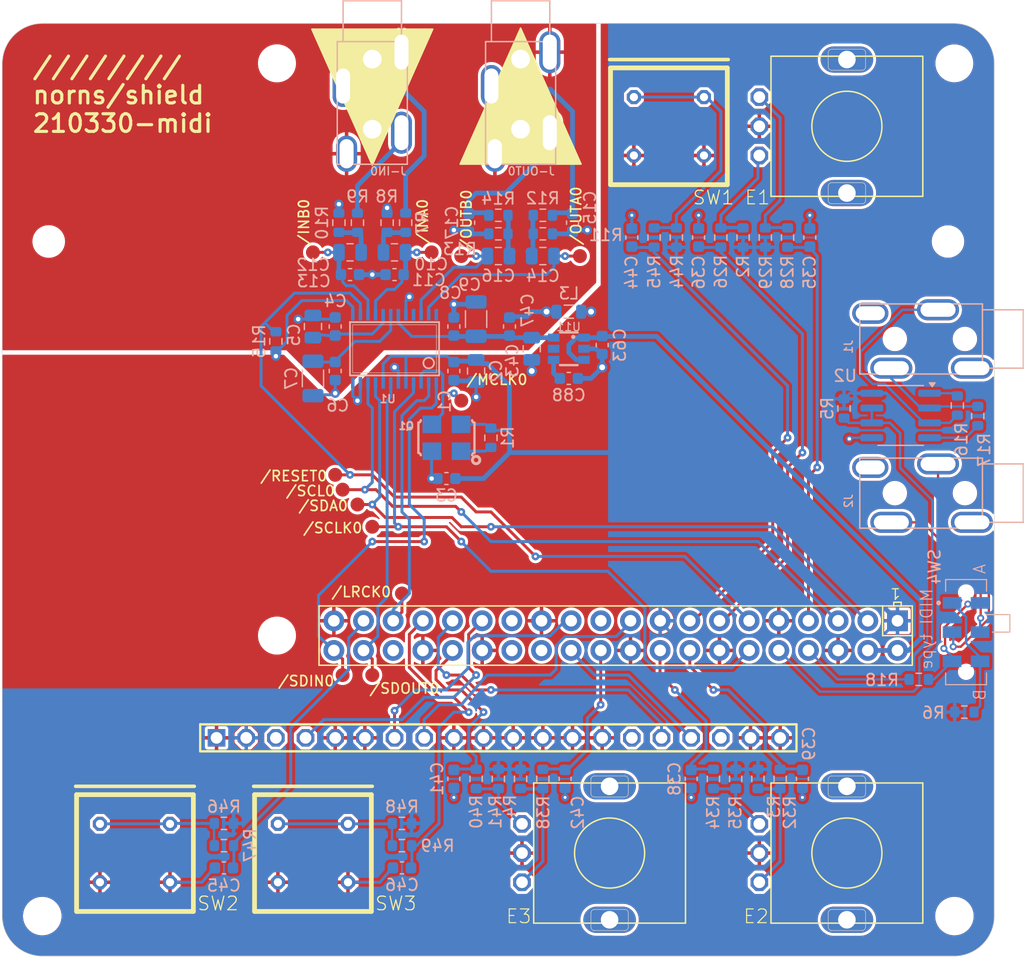
<source format=kicad_pcb>
(kicad_pcb (version 20240108) (generator "pcbnew") (generator_version "8.0")
  (layers (0 "F.Cu" signal) (31 "B.Cu" signal) (34 "B.Paste" user) (35 "F.Paste" user) (36 "B.SilkS" user "B.Silkscreen") (37 "F.SilkS" user "F.Silkscreen") (38 "B.Mask" user) (39 "F.Mask" user) (44 "Edge.Cuts" user))
  (net 0 "")
  (net 1 "+3V3")
  (net 2 "GND")
  (net 3 "AGND")
  (net 4 "+5V")
  (net 5 "A1")
  (net 6 "B1")
  (net 7 "B2")
  (net 8 "A2")
  (net 9 "B3")
  (net 10 "A3")
  (net 11 "K1")
  (net 12 "K2")
  (net 13 "K3")
  (net 14 "O_RESET")
  (net 15 "O_DC")
  (net 16 "CE0")
  (net 17 "SCK")
  (net 18 "MOSI")
  (net 19 "/norns-shield-210330_1/INA")
  (net 20 "/norns-shield-210330_1/INB")
  (net 21 "/norns-shield-210330_1/LRCK")
  (net 22 "/norns-shield-210330_1/MCLK")
  (net 23 "/norns-shield-210330_1/OUTA")
  (net 24 "/norns-shield-210330_1/OUTB")
  (net 25 "/norns-shield-210330_1/R-CODEC")
  (net 26 "/norns-shield-210330_1/SCL")
  (net 27 "/norns-shield-210330_1/SCLK")
  (net 28 "/norns-shield-210330_1/SDA")
  (net 29 "/norns-shield-210330_1/SDIN")
  (net 30 "/norns-shield-210330_1/SDOUT")
  (net 31 "Net-(U1-VQ)")
  (net 32 "Net-(U1-FILT+)")
  (net 33 "/norns-shield-210330_1/A5V")
  (net 34 "Net-(C10-Pad2)")
  (net 35 "Net-(C12-Pad2)")
  (net 36 "Net-(C14-Pad2)")
  (net 37 "Net-(C15-Pad1)")
  (net 38 "Net-(C16-Pad2)")
  (net 39 "Net-(C17-Pad1)")
  (net 40 "Net-(U11-NR)")
  (net 41 "Net-(J-IN0-PadT)")
  (net 42 "Net-(J-IN0-PadR)")
  (net 43 "Net-(U2-C1)")
  (net 44 "Net-(U2-C2)")
  (net 46 "Net-(SW4A-B)")
  (net 48 "Net-(SW4B-B)")
  (net 49 "/norns-shield-210330_1/RX")
  (net 50 "/norns-shield-210330_1/TX")
  (net 51 "Net-(Q1-OE)")
  (net 52 "/norns-shield-210330_1/MIDI_OUT_SRC")
  (net 53 "Net-(U2-A1)")
  (net 54 "Net-(U2-A2)")
  (net 55 "/norns-shield-210330_1/MIDI_OUT_SNK")
  (net 64 "Net-(E1-PadB)")
  (net 65 "Net-(E1-PadA)")
  (net 66 "Net-(E2-PadB)")
  (net 67 "Net-(E2-PadA)")
  (net 68 "Net-(E3-PadB)")
  (net 69 "Net-(E3-PadA)")
  (net 71 "Net-(SW1-.2)")
  (net 72 "Net-(SW2-.2)")
  (net 73 "Net-(SW3-.2)")
  (footprint "norns-shield-210330:PEC11RN" (layer "F.Cu") (at 158.0261 136.1186 -90)
    (property "Reference" "E3")
    (property "Value" "ENC")
    (fp_line (start -5.1 1.6) (end -6.3 1.6) (stroke (width 0.05)) (layer "Edge.Cuts"))
    (fp_line (start 6.33 1.6) (end 5.13 1.6) (stroke (width 0.05)) (layer "Edge.Cuts"))
    (fp_line (start -6.6 1.3) (end -6.6 -1.3) (stroke (width 0.05)) (layer "Edge.Cuts"))
    (fp_line (start 4.83 1.3) (end 4.83 -1.3) (stroke (width 0.05)) (layer "Edge.Cuts"))
    (fp_line (start -4.8 -1.3) (end -4.8 1.3) (stroke (width 0.05)) (layer "Edge.Cuts"))
    (fp_line (start 6.63 -1.3) (end 6.63 1.3) (stroke (width 0.05)) (layer "Edge.Cuts"))
    (fp_line (start -6.3 -1.6) (end -5.1 -1.6) (stroke (width 0.05)) (layer "Edge.Cuts"))
    (fp_line (start 5.13 -1.6) (end 6.33 -1.6) (stroke (width 0.05)) (layer "Edge.Cuts"))
    (fp_arc (start -6.3 1.6) (mid -6.512132 1.512132) (end -6.6 1.3) (stroke (width 0.05)) (layer "Edge.Cuts"))
    (fp_arc (start 5.13 1.6) (mid 4.917868 1.512132) (end 4.83 1.3) (stroke (width 0.05)) (layer "Edge.Cuts"))
    (fp_arc (start -4.8 1.3) (mid -4.887868 1.512132) (end -5.1 1.6) (stroke (width 0.05)) (layer "Edge.Cuts"))
    (fp_arc (start 6.63 1.3) (mid 6.542132 1.512132) (end 6.33 1.6) (stroke (width 0.05)) (layer "Edge.Cuts"))
    (fp_arc (start -6.6 -1.3) (mid -6.512132 -1.512132) (end -6.3 -1.6) (stroke (width 0.05)) (layer "Edge.Cuts"))
    (fp_arc (start 4.83 -1.3) (mid 4.917868 -1.512132) (end 5.13 -1.6) (stroke (width 0.05)) (layer "Edge.Cuts"))
    (fp_arc (start -5.1 -1.6) (mid -4.887868 -1.512132) (end -4.8 -1.3) (stroke (width 0.05)) (layer "Edge.Cuts"))
    (fp_arc (start 6.33 -1.6) (mid 6.542132 -1.512132) (end 6.63 -1.3) (stroke (width 0.05)) (layer "Edge.Cuts"))
  )
  (footprint "norns-shield-210330:TP12R" (layer "F.Cu") (at 135.1661 120.8786 180)
    (property "Reference" "/SDIN0")
    (property "Value" "TPTP12R")
  )
  (footprint "norns-shield-210330:TP12R" (layer "F.Cu") (at 145.3261 85.0011 90)
    (property "Reference" "/OUTB0")
    (property "Value" "TPTP12R")
  )
  (footprint "" (layer "F.Cu") (at 187.5536 141.5161)
    (property "Reference" "@HOLE0" (hide yes))
    (property "Value" "")
  )
  (footprint "norns-shield-210330:TP12R" (layer "F.Cu") (at 137.7061 108.1786 -90)
    (property "Reference" "/SCLK0")
    (property "Value" "TPTP12R")
  )
  (footprint "" (layer "F.Cu") (at 109.4486 141.5161)
    (property "Reference" "@HOLE1" (hide yes))
    (property "Value" "")
  )
  (footprint "norns-shield-210330:TP12R" (layer "F.Cu") (at 137.7061 120.8786 180)
    (property "Reference" "/SDOUT0")
    (property "Value" "TPTP12R")
  )
  (footprint "norns-shield-210330:TP12R" (layer "F.Cu") (at 155.4861 85.0011 90)
    (property "Reference" "/OUTA0")
    (property "Value" "TPTP12R")
  )
  (footprint "norns-shield-210330:TP12R" (layer "F.Cu") (at 136.4361 106.2736 -90)
    (property "Reference" "/SDA0")
    (property "Value" "TPTP12R")
  )
  (footprint "norns-shield-210330:TP12R" (layer "F.Cu") (at 140.2461 113.8936 180)
    (property "Reference" "/LRCK0")
    (property "Value" "TPTP12R")
  )
  (footprint "norns-shield-210330:TP12R" (layer "F.Cu") (at 132.6261 84.6836 90)
    (property "Reference" "/INB0")
    (property "Value" "TPTP12R")
  )
  (footprint "norns-shield-210330:PVA1" (layer "F.Cu") (at 163.1061 73.8886 180)
    (property "Reference" "SW1")
    (property "Value" "PVA1")
  )
  (footprint "norns-shield-210330:OLED-ALEPH" (layer "F.Cu") (at 148.5011 105.0036 180)
    (property "Reference" "U$1" (hide yes))
    (property "Value" "OLED128X64")
  )
  (footprint "norns-shield-210330:TP12R" (layer "F.Cu") (at 142.7861 84.6836 90)
    (property "Reference" "/INA0")
    (property "Value" "TPTP12R")
  )
  (footprint "norns-shield-210330:PEC11RN" (layer "F.Cu") (at 178.3461 136.1186 -90)
    (property "Reference" "E2")
    (property "Value" "ENC")
    (fp_line (start -5.1 1.6) (end -6.3 1.6) (stroke (width 0.05)) (layer "Edge.Cuts"))
    (fp_line (start 6.33 1.6) (end 5.13 1.6) (stroke (width 0.05)) (layer "Edge.Cuts"))
    (fp_line (start -6.6 1.3) (end -6.6 -1.3) (stroke (width 0.05)) (layer "Edge.Cuts"))
    (fp_line (start 4.83 1.3) (end 4.83 -1.3) (stroke (width 0.05)) (layer "Edge.Cuts"))
    (fp_line (start -4.8 -1.3) (end -4.8 1.3) (stroke (width 0.05)) (layer "Edge.Cuts"))
    (fp_line (start 6.63 -1.3) (end 6.63 1.3) (stroke (width 0.05)) (layer "Edge.Cuts"))
    (fp_line (start -6.3 -1.6) (end -5.1 -1.6) (stroke (width 0.05)) (layer "Edge.Cuts"))
    (fp_line (start 5.13 -1.6) (end 6.33 -1.6) (stroke (width 0.05)) (layer "Edge.Cuts"))
    (fp_arc (start -6.3 1.6) (mid -6.512132 1.512132) (end -6.6 1.3) (stroke (width 0.05)) (layer "Edge.Cuts"))
    (fp_arc (start 5.13 1.6) (mid 4.917868 1.512132) (end 4.83 1.3) (stroke (width 0.05)) (layer "Edge.Cuts"))
    (fp_arc (start -4.8 1.3) (mid -4.887868 1.512132) (end -5.1 1.6) (stroke (width 0.05)) (layer "Edge.Cuts"))
    (fp_arc (start 6.63 1.3) (mid 6.542132 1.512132) (end 6.33 1.6) (stroke (width 0.05)) (layer "Edge.Cuts"))
    (fp_arc (start -6.6 -1.3) (mid -6.512132 -1.512132) (end -6.3 -1.6) (stroke (width 0.05)) (layer "Edge.Cuts"))
    (fp_arc (start 4.83 -1.3) (mid 4.917868 -1.512132) (end 5.13 -1.6) (stroke (width 0.05)) (layer "Edge.Cuts"))
    (fp_arc (start -5.1 -1.6) (mid -4.887868 -1.512132) (end -4.8 -1.3) (stroke (width 0.05)) (layer "Edge.Cuts"))
    (fp_arc (start 6.33 -1.6) (mid 6.542132 -1.512132) (end 6.63 -1.3) (stroke (width 0.05)) (layer "Edge.Cuts"))
  )
  (footprint "norns-shield-210330:PVA1" (layer "F.Cu") (at 117.3861 136.1186 180)
    (property "Reference" "SW2")
    (property "Value" "PVA1")
  )
  (footprint "norns-shield-210330:RASPI_BOARD_B+_EDGES_3DRILL" (layer "F.Cu") (at 191.0461 64.9986 180)
    (property "Reference" "X1" (hide yes))
    (property "Value" "RASPI_BOARD_B+#_E3" (hide yes))
  )
  (footprint "norns-shield-210330:TP12R" (layer "F.Cu") (at 134.5311 103.7336)
    (property "Reference" "/RESET0")
    (property "Value" "TPTP12R")
  )
  (footprint "norns-shield-210330:PVA1" (layer "F.Cu") (at 132.6261 136.1186 180)
    (property "Reference" "SW3")
    (property "Value" "PVA1")
  )
  (footprint "norns-shield-210330:TP12R" (layer "F.Cu") (at 135.1661 105.0036 -90)
    (property "Reference" "/SCL0")
    (property "Value" "TPTP12R")
  )
  (footprint "norns-shield-210330:PEC11RN" (layer "F.Cu") (at 178.3461 73.8886 -90)
    (property "Reference" "E1")
    (property "Value" "ENC")
    (fp_line (start -5.1 1.6) (end -6.3 1.6) (stroke (width 0.05)) (layer "Edge.Cuts"))
    (fp_line (start 6.33 1.6) (end 5.13 1.6) (stroke (width 0.05)) (layer "Edge.Cuts"))
    (fp_line (start -6.6 1.3) (end -6.6 -1.3) (stroke (width 0.05)) (layer "Edge.Cuts"))
    (fp_line (start 4.83 1.3) (end 4.83 -1.3) (stroke (width 0.05)) (layer "Edge.Cuts"))
    (fp_line (start -4.8 -1.3) (end -4.8 1.3) (stroke (width 0.05)) (layer "Edge.Cuts"))
    (fp_line (start 6.63 -1.3) (end 6.63 1.3) (stroke (width 0.05)) (layer "Edge.Cuts"))
    (fp_line (start -6.3 -1.6) (end -5.1 -1.6) (stroke (width 0.05)) (layer "Edge.Cuts"))
    (fp_line (start 5.13 -1.6) (end 6.33 -1.6) (stroke (width 0.05)) (layer "Edge.Cuts"))
    (fp_arc (start -6.3 1.6) (mid -6.512132 1.512132) (end -6.6 1.3) (stroke (width 0.05)) (layer "Edge.Cuts"))
    (fp_arc (start 5.13 1.6) (mid 4.917868 1.512132) (end 4.83 1.3) (stroke (width 0.05)) (layer "Edge.Cuts"))
    (fp_arc (start -4.8 1.3) (mid -4.887868 1.512132) (end -5.1 1.6) (stroke (width 0.05)) (layer "Edge.Cuts"))
    (fp_arc (start 6.63 1.3) (mid 6.542132 1.512132) (end 6.33 1.6) (stroke (width 0.05)) (layer "Edge.Cuts"))
    (fp_arc (start -6.6 -1.3) (mid -6.512132 -1.512132) (end -6.3 -1.6) (stroke (width 0.05)) (layer "Edge.Cuts"))
    (fp_arc (start 4.83 -1.3) (mid 4.917868 -1.512132) (end 5.13 -1.6) (stroke (width 0.05)) (layer "Edge.Cuts"))
    (fp_arc (start -5.1 -1.6) (mid -4.887868 -1.512132) (end -4.8 -1.3) (stroke (width 0.05)) (layer "Edge.Cuts"))
    (fp_arc (start 6.33 -1.6) (mid 6.542132 -1.512132) (end 6.63 -1.3) (stroke (width 0.05)) (layer "Edge.Cuts"))
  )
  (footprint "norns-shield-210330:TP12R" (layer "F.Cu") (at 145.3261 97.3836 180)
    (property "Reference" "/MCLK0")
    (property "Value" "TPTP12R")
  )
  (footprint "Resistor_SMD:R_0603_1608Metric" (layer "B.Cu") (at 178.1 98.05 -90)
    (property "Reference" "R5")
    (property "Value" "1k")
  )
  (footprint "Resistor_SMD:R_0603_1608Metric" (layer "B.Cu") (at 184.5 121.25 180)
    (property "Reference" "R18")
    (property "Value" "65")
  )
  (footprint "Resistor_SMD:R_0603_1608Metric" (layer "B.Cu") (at 129.4511 92.3036 -90)
    (property "Reference" "R15")
    (property "Value" "10k")
  )
  (footprint "Capacitor_SMD:C_0603_1608Metric" (layer "B.Cu") (at 149.4536 91.0336 90)
    (property "Reference" "C47")
    (property "Value" "100n")
  )
  (footprint "Resistor_SMD:R_0603_1608Metric" (layer "B.Cu") (at 134.8486 82.1436 90)
    (property "Reference" "R10")
    (property "Value" "10k")
  )
  (footprint "Resistor_SMD:R_0603_1608Metric" (layer "B.Cu") (at 150.4061 129.7686 90)
    (property "Reference" "R4")
    (property "Value" "10k")
  )
  (footprint "Resistor_SMD:R_0603_1608Metric" (layer "B.Cu") (at 148.5011 129.7686 90)
    (property "Reference" "R41")
    (property "Value" "10k")
  )
  (footprint "Capacitor_SMD:C_0805_2012Metric" (layer "B.Cu") (at 135.8011 84.6836)
    (property "Reference" "C12")
    (property "Value" "10u")
  )
  (footprint "Capacitor_SMD:C_0603_1608Metric" (layer "B.Cu") (at 165.6461 83.4136 90)
    (property "Reference" "C36")
    (property "Value" "10n")
  )
  (footprint "norns-shield-210330:JACK4832.2330" (layer "B.Cu") (at 150.4061 67.5386)
    (property "Reference" "J-OUT0")
    (property "Value" "JACK-TRS-SW" (hide yes))
  )
  (footprint "Capacitor_SMD:C_0603_1608Metric" (layer "B.Cu") (at 135.8011 86.5886)
    (property "Reference" "C13")
    (property "Value" "220p COG")
  )
  (footprint "Capacitor_SMD:C_0805_2012Metric" (layer "B.Cu") (at 132.6261 91.0336 90)
    (property "Reference" "C5")
    (property "Value" "10u")
  )
  (footprint "Capacitor_SMD:C_0603_1608Metric" (layer "B.Cu") (at 165.0111 129.7686 -90)
    (property "Reference" "C38")
    (property "Value" "10n")
  )
  (footprint "Capacitor_SMD:C_0603_1608Metric" (layer "B.Cu") (at 174.5361 129.7686 -90)
    (property "Reference" "C39")
    (property "Value" "10n")
  )
  (footprint "Resistor_SMD:R_0603_1608Metric" (layer "B.Cu") (at 163.7411 83.4136 90)
    (property "Reference" "R44")
    (property "Value" "10k")
  )
  (footprint "Capacitor_SMD:C_0603_1608Metric" (layer "B.Cu") (at 144.0561 104.0511 180)
    (property "Reference" "C3")
    (property "Value" "10n")
  )
  (footprint "Capacitor_SMD:C_0603_1608Metric" (layer "B.Cu") (at 154.2161 129.7686 -90)
    (property "Reference" "C42")
    (property "Value" "10n")
  )
  (footprint "Resistor_SMD:R_0603_1608Metric" (layer "B.Cu") (at 140.2461 133.5786 180)
    (property "Reference" "R48")
    (property "Value" "10k")
  )
  (footprint "Resistor_SMD:R_0603_1608Metric" (layer "B.Cu") (at 125.0061 135.4836)
    (property "Reference" "R47")
    (property "Value" "10k")
  )
  (footprint "Resistor_SMD:R_0603_1608Metric" (layer "B.Cu") (at 140.2461 135.4836)
    (property "Reference" "R49")
    (property "Value" "10k")
  )
  (footprint "Resistor_SMD:R_0603_1608Metric" (layer "B.Cu") (at 171.3611 83.4136 -90)
    (property "Reference" "R29")
    (property "Value" "10k")
  )
  (footprint "norns-shield-210330:JACK4832.2330" (layer "B.Cu") (at 189.05 105.3 -90)
    (property "Reference" "J2")
    (property "Value" "MIDI out")
  )
  (footprint "Capacitor_SMD:C_0603_1608Metric" (layer "B.Cu") (at 125.0061 137.3886 180)
    (property "Reference" "C45")
    (property "Value" "10n")
  )
  (footprint "Resistor_SMD:R_0603_1608Metric" (layer "B.Cu") (at 169.4561 83.4136 -90)
    (property "Reference" "R2")
    (property "Value" "10k")
  )
  (footprint "Capacitor_SMD:C_1206_3216Metric" (layer "B.Cu") (at 132.6261 95.4786 -90)
    (property "Reference" "C7")
    (property "Value" "47u")
  )
  (footprint "Capacitor_SMD:C_0603_1608Metric" (layer "B.Cu") (at 175.1711 83.4136 90)
    (property "Reference" "C35")
    (property "Value" "10n")
  )
  (footprint "Capacitor_SMD:C_0603_1608Metric" (layer "B.Cu") (at 140.2461 137.3886 180)
    (property "Reference" "C46")
    (property "Value" "10n")
  )
  (footprint "norns-shield-210330:SSOP6" (layer "B.Cu") (at 154.5336 92.9386 -90)
    (property "Reference" "U11")
    (property "Value" "TPS793")
  )
  (footprint "Capacitor_SMD:C_0603_1608Metric" (layer "B.Cu") (at 157.3911 92.6211 -90)
    (property "Reference" "C63")
    (property "Value" "100n")
  )
  (footprint "Capacitor_SMD:C_0805_2012Metric" (layer "B.Cu") (at 152.3111 85.0011 180)
    (property "Reference" "C14")
    (property "Value" "3.3u")
  )
  (footprint "Resistor_SMD:R_0603_1608Metric" (layer "B.Cu") (at 189.55 98.7 90)
    (property "Reference" "R17")
    (property "Value" "150")
  )
  (footprint "Resistor_SMD:R_0603_1608Metric" (layer "B.Cu") (at 161.8361 83.4136 -90)
    (property "Reference" "R45")
    (property "Value" "10k")
  )
  (footprint "Resistor_SMD:R_0603_1608Metric" (layer "B.Cu") (at 138.9761 82.1436 90)
    (property "Reference" "R8")
    (property "Value" "10k")
  )
  (footprint "Resistor_SMD:R_0603_1608Metric" (layer "B.Cu") (at 125.0061 133.5786 180)
    (property "Reference" "R46")
    (property "Value" "10k")
  )
  (footprint "Resistor_SMD:R_0603_1608Metric" (layer "B.Cu") (at 173.2661 83.4136 -90)
    (property "Reference" "R28")
    (property "Value" "10k")
  )
  (footprint "Resistor_SMD:R_0603_1608Metric" (layer "B.Cu") (at 172.6311 129.7686 90)
    (property "Reference" "R32")
    (property "Value" "10k")
  )
  (footprint "Resistor_SMD:R_0603_1608Metric" (layer "B.Cu") (at 148.5011 81.5086 180)
    (property "Reference" "R14")
    (property "Value" "590")
  )
  (footprint "Capacitor_SMD:C_0603_1608Metric" (layer "B.Cu") (at 154.8511 82.1436 -90)
    (property "Reference" "C15")
    (property "Value" "2700p COG")
  )
  (footprint "Resistor_SMD:R_0603_1608Metric" (layer "B.Cu") (at 152.3111 81.5086)
    (property "Reference" "R12")
    (property "Value" "590")
  )
  (footprint "norns-shield-210330:ASF" (layer "B.Cu") (at 144.0561 100.5586 180)
    (property "Reference" "Q1")
    (property "Value" "ASFL-12.288mhz")
  )
  (footprint "Capacitor_SMD:C_0603_1608Metric" (layer "B.Cu") (at 145.9611 82.1436 -90)
    (property "Reference" "C17")
    (property "Value" "2700p COG")
  )
  (footprint "Capacitor_SMD:C_0603_1608Metric" (layer "B.Cu") (at 144.6911 91.0336 90)
    (property "Reference" "C8")
    (property "Value" "100n")
  )
  (footprint "Capacitor_SMD:C_0603_1608Metric" (layer "B.Cu") (at 144.6911 94.8436 -90)
    (property "Reference" "C1")
    (property "Value" "100n")
  )
  (footprint "Resistor_SMD:R_0603_1608Metric" (layer "B.Cu") (at 152.3111 83.0961)
    (property "Reference" "R11")
    (property "Value" "10k")
  )
  (footprint "Capacitor_SMD:C_0805_2012Metric" (layer "B.Cu") (at 148.5011 85.0011)
    (property "Reference" "C16")
    (property "Value" "3.3u")
  )
  (footprint "Inductor_SMD:L_0805_2012Metric" (layer "B.Cu") (at 154.5336 89.7636)
    (property "Reference" "L3")
    (property "Value" "FERRITE")
  )
  (footprint "Resistor_SMD:R_0603_1608Metric" (layer "B.Cu") (at 168.8211 129.7686 90)
    (property "Reference" "R35")
    (property "Value" "10k")
  )
  (footprint "Resistor_SMD:R_0603_1608Metric" (layer "B.Cu") (at 152.3111 129.7686 90)
    (property "Reference" "R38")
    (property "Value" "10k")
  )
  (footprint "Resistor_SMD:R_0603_1608Metric" (layer "B.Cu") (at 167.5511 83.4136 -90)
    (property "Reference" "R26")
    (property "Value" "10k")
  )
  (footprint "Resistor_SMD:R_0603_1608Metric" (layer "B.Cu") (at 146.5961 129.7686 90)
    (property "Reference" "R40")
    (property "Value" "10k")
  )
  (footprint "Capacitor_SMD:C_0603_1608Metric" (layer "B.Cu") (at 159.9311 83.4136 90)
    (property "Reference" "C44")
    (property "Value" "10n")
  )
  (footprint "Capacitor_SMD:C_0805_2012Metric" (layer "B.Cu") (at 151.3586 92.9386 -90)
    (property "Reference" "C43")
    (property "Value" "10u")
  )
  (footprint "Capacitor_SMD:C_0603_1608Metric" (layer "B.Cu") (at 144.6911 129.7686 -90)
    (property "Reference" "C41")
    (property "Value" "10n")
  )
  (footprint "Resistor_SMD:R_0603_1608Metric" (layer "B.Cu") (at 136.4361 82.1436 90)
    (property "Reference" "R9")
    (property "Value" "4.99k")
  )
  (footprint "Capacitor_SMD:C_0603_1608Metric" (layer "B.Cu") (at 134.5311 94.8436 -90)
    (property "Reference" "C6")
    (property "Value" "100n")
  )
  (footprint "Resistor_SMD:R_0603_1608Metric" (layer "B.Cu") (at 140.5636 82.1436 90)
    (property "Reference" "R7")
    (property "Value" "4.99k")
  )
  (footprint "Resistor_SMD:R_0603_1608Metric" (layer "B.Cu") (at 166.9161 129.7686 90)
    (property "Reference" "R34")
    (property "Value" "10k")
  )
  (footprint "Capacitor_SMD:C_0805_2012Metric" (layer "B.Cu") (at 146.5961 94.8436 -90)
    (property "Reference" "C2")
    (property "Value" "10u")
  )
  (footprint "Resistor_SMD:R_0603_1608Metric" (layer "B.Cu") (at 188.4 124.05)
    (property "Reference" "R6")
    (property "Value" "65")
  )
  (footprint "Capacitor_SMD:C_0805_2012Metric" (layer "B.Cu") (at 139.6111 84.6836 180)
    (property "Reference" "C10")
    (property "Value" "10u")
  )
  (footprint "norns-shield-210330:TSSOP24" (layer "B.Cu") (at 139.6111 92.9386 180)
    (property "Reference" "U1")
    (property "Value" "CS4270")
  )
  (footprint "norns-shield-210330:JACK4832.2330" (layer "B.Cu") (at 189.05 92.1 -90)
    (property "Reference" "J1")
    (property "Value" "MIDI in")
  )
  (footprint "norns-shield-210330:JACK4832.2330" (layer "B.Cu") (at 137.7061 67.5386)
    (property "Reference" "J-IN0")
    (property "Value" "JACK-TRS-SW" (hide yes))
  )
  (footprint "Capacitor_SMD:C_0603_1608Metric" (layer "B.Cu") (at 154.5336 95.4786)
    (property "Reference" "C88")
    (property "Value" "10n")
  )
  (footprint "Resistor_SMD:R_0603_1608Metric" (layer "B.Cu") (at 170.7261 129.7686 90)
    (property "Reference" "R3")
    (property "Value" "10k")
  )
  (footprint "Resistor_SMD:R_0603_1608Metric" (layer "B.Cu") (at 147.8661 100.5586 -90)
    (property "Reference" "R1")
    (property "Value" "10k")
  )
  (footprint "Resistor_SMD:R_0603_1608Metric" (layer "B.Cu") (at 148.5011 83.0961 180)
    (property "Reference" "R13")
    (property "Value" "10k")
  )
  (footprint "Capacitor_SMD:C_0603_1608Metric" (layer "B.Cu") (at 134.5311 91.0336 90)
    (property "Reference" "C4")
    (property "Value" "100n")
  )
  (footprint "Resistor_SMD:R_0603_1608Metric" (layer "B.Cu") (at 187.8 97.8 90)
    (property "Reference" "R16")
    (property "Value" "150")
  )
  (footprint "JS202011JAQN:JS202011JAQN" (layer "B.Cu") (at 188.55 117.2 -90)
    (property "Reference" "SW4")
    (property "Value" "SW_DPDT_x2")
  )
  (footprint "Package_SO:SOIC-8_3.9x4.9mm_P1.27mm" (layer "B.Cu") (at 182.95 98.65 180)
    (property "Reference" "U2")
    (property "Value" "HCPL-0731")
  )
  (footprint "Capacitor_SMD:C_0603_1608Metric" (layer "B.Cu") (at 139.6111 86.5886 180)
    (property "Reference" "C11")
    (property "Value" "220p COG")
  )
  (footprint "Capacitor_SMD:C_1206_3216Metric" (layer "B.Cu") (at 146.5961 90.3986 90)
    (property "Reference" "C9")
    (property "Value" "47u")
  )
  (gr_circle (center 146.5961 102.4636) (end 146.9136 102.4636) (stroke (width 0.254)) (fill none) (layer "B.SilkS"))
  (gr_line (start 109.465116 65.0736) (end 187.5211 65.0736) (stroke (width 0.05)) (layer "Edge.Cuts"))
  (gr_arc (start 190.9711 141.499373) (mid 189.960618 143.938891) (end 187.5211 144.949373) (stroke (width 0.05)) (layer "Edge.Cuts"))
  (gr_line (start 106.015116 141.499373) (end 106.015116 68.5236) (stroke (width 0.05)) (layer "Edge.Cuts"))
  (gr_arc (start 106.015116 68.5236) (mid 107.025599 66.084087) (end 109.465116 65.0736) (stroke (width 0.05)) (layer "Edge.Cuts"))
  (gr_arc (start 109.465116 144.949373) (mid 107.025597 143.938895) (end 106.015116 141.499373) (stroke (width 0.05)) (layer "Edge.Cuts"))
  (gr_arc (start 187.5211 65.0736) (mid 189.960618 66.084082) (end 190.9711 68.5236) (stroke (width 0.05)) (layer "Edge.Cuts"))
  (gr_line (start 187.5211 144.949373) (end 109.465116 144.949373) (stroke (width 0.05)) (layer "Edge.Cuts"))
  (gr_line (start 190.9711 68.5236) (end 190.9711 141.499373) (stroke (width 0.05)) (layer "Edge.Cuts"))
  (gr_text "A" (at 190.3 111.3 90) (layer "B.SilkS") (effects (font (size 1 1) (thickness 0.1)) (justify left bottom mirror)))
  (gr_text "B" (at 190.3 122 90) (layer "B.SilkS") (effects (font (size 1 1) (thickness 0.1)) (justify left bottom mirror)))
  (gr_text "MIDI type" (at 185.75 113.4 90) (layer "B.SilkS") (effects (font (size 1 1) (thickness 0.1)) (justify left bottom mirror)))
  (gr_text "////////\nnorns/shield\n210330-midi\n" (at 108.4961 74.5236 0) (layer "F.SilkS") (effects (font (size 1.5113 1.5113) (thickness 0.2667)) (justify left bottom)))
  (segment (start 147.2311 104.0511) (end 149.4536 101.8286) (width 0.4064) (layer "B.Cu") (net 1))
  (segment (start 147.5486 94.2086) (end 146.9111 94.2086) (width 0.4064) (layer "B.Cu") (net 1))
  (segment (start 149.4536 101.8286) (end 149.4536 99.9236) (width 0.4064) (layer "B.Cu") (net 1))
  (segment (start 180.475 96.745) (end 178.58 96.745) (width 0.2) (layer "B.Cu") (net 1))
  (segment (start 162.3561 116.3186) (end 163.58235 117.54485) (width 0.254) (layer "B.Cu") (net 1))
  (segment (start 138.6361 95.8564) (end 138.6361 94.2311) (width 0.254) (layer "B.Cu") (net 1))
  (segment (start 145.3061 99.4086) (end 147.3661 99.4086) (width 0.254) (layer "B.Cu") (net 1))
  (segment (start 149.4536 96.1136) (end 147.5486 94.2086) (width 0.4064) (layer "B.Cu") (net 1))
  (segment (start 168.2761 101.8286) (end 182.6761 116.2286) (width 0.4064) (layer "B.Cu") (net 1))
  (segment (start 139.2936 93.5736) (end 140.5861 93.5736) (width 0.254) (layer "B.Cu") (net 1))
  (segment (start 144.0711 93.5736) (end 144.6911 93.9936) (width 0.254) (layer "B.Cu") (net 1))
  (segment (start 149.4536 99.9236) (end 149.4536 96.1136) (width 0.4064) (layer "B.Cu") (net 1))
  (segment (start 146.2961 94.1936) (end 146.5961 93.8936) (width 0.254) (layer "B.Cu") (net 1))
  (segment (start 146.4961 93.9936) (end 146.5961 93.8936) (width 0.254) (layer "B.Cu") (net 1))
  (segment (start 162.3561 116.2286) (end 162.3561 116.3186) (width 0.254) (layer "B.Cu") (net 1))
  (segment (start 149.4536 101.8286) (end 168.2761 101.8286) (width 0.4064) (layer "B.Cu") (net 1))
  (segment (start 147.3661 99.4086) (end 147.8661 99.7086) (width 0.254) (layer "B.Cu") (net 1))
  (segment (start 147.8661 99.9236) (end 149.4536 99.9236) (width 0.254) (layer "B.Cu") (net 1))
  (segment (start 138.6361 94.2311) (end 139.2936 93.5736) (width 0.254) (layer "B.Cu") (net 1))
  (segment (start 140.5861 93.5736) (end 144.0711 93.5736) (width 0.254) (layer "B.Cu") (net 1))
  (segment (start 146.9111 94.2086) (end 146.5961 93.8936) (width 0.254) (layer "B.Cu") (net 1))
  (segment (start 140.5861 95.8564) (end 140.5861 93.5736) (width 0.254) (layer "B.Cu") (net 1))
  (segment (start 163.58235 117.54485) (end 181.35985 117.54485) (width 0.254) (layer "B.Cu") (net 1))
  (segment (start 144.9061 104.0511) (end 147.2311 104.0511) (width 0.4064) (layer "B.Cu") (net 1))
  (segment (start 178.58 96.745) (end 178.1 97.225) (width 0.2) (layer "B.Cu") (net 1))
  (segment (start 146.3811 93.9936) (end 146.5961 94.2086) (width 0.4064) (layer "B.Cu") (net 1))
  (segment (start 144.6911 93.9936) (end 146.3811 93.9936) (width 0.4064) (layer "B.Cu") (net 1))
  (segment (start 147.8661 99.7086) (end 147.8661 99.9236) (width 0.254) (layer "B.Cu") (net 1))
  (segment (start 181.35985 117.54485) (end 182.6761 116.2286) (width 0.254) (layer "B.Cu") (net 1))
  (segment (start 146.5961 94.2086) (end 146.2961 94.1936) (width 0.4064) (layer "B.Cu") (net 1))
  (via (at 139.6111 94.5261) (size 0.7874) (drill 0.381) (layers "F.Cu" "B.Cu") (net 2))
  (via (at 136.4361 97.3836) (size 0.7874) (drill 0.381) (layers "F.Cu" "B.Cu") (net 2))
  (via (at 154.2161 131.3561) (size 0.6604) (drill 0.254) (layers "F.Cu" "B.Cu") (net 2))
  (via (at 151.3586 94.8436) (size 0.9064) (drill 0.5) (layers "F.Cu" "B.Cu") (net 2))
  (via (at 159.9311 81.5086) (size 0.6604) (drill 0.254) (layers "F.Cu" "B.Cu") (net 2))
  (via (at 157.3911 94.5261) (size 0.9064) (drill 0.5) (layers "F.Cu" "B.Cu") (net 2))
  (via (at 178.55 100.65) (size 0.6) (drill 0.3) (layers "F.Cu" "B.Cu") (net 2))
  (via (at 174.5361 131.3561) (size 0.6604) (drill 0.254) (layers "F.Cu" "B.Cu") (net 2))
  (via (at 144.6911 131.3561) (size 0.6604) (drill 0.254) (layers "F.Cu" "B.Cu") (net 2))
  (via (at 165.0111 131.3561) (size 0.6604) (drill 0.254) (layers "F.Cu" "B.Cu") (net 2))
  (via (at 142.7861 104.0511) (size 0.7874) (drill 0.381) (layers "F.Cu" "B.Cu") (net 2))
  (via (at 175.1711 81.5086) (size 0.6604) (drill 0.254) (layers "F.Cu" "B.Cu") (net 2))
  (via (at 129.4511 93.5736) (size 0.7874) (drill 0.381) (layers "F.Cu" "B.Cu") (net 2))
  (via (at 165.6461 81.5086) (size 0.6604) (drill 0.254) (layers "F.Cu" "B.Cu") (net 2))
  (via (at 156.4386 89.7636) (size 0.9064) (drill 0.5) (layers "F.Cu" "B.Cu") (net 2))
  (via (at 146.5961 97.0661) (size 0.7874) (drill 0.381) (layers "F.Cu" "B.Cu") (net 2))
  (segment (start 142.7861 104.0511) (end 142.7861 101.7286) (width 0.254) (layer "B.Cu") (net 2))
  (segment (start 175.1711 82.5636) (end 175.1711 81.5086) (width 0.254) (layer "B.Cu") (net 2))
  (segment (start 136.0361 89.3636) (end 135.4836 88.8111) (width 0.254) (layer "B.Cu") (net 2))
  (segment (start 131.6736 88.8111) (end 130.4036 90.0811) (width 0.254) (layer "B.Cu") (net 2))
  (segment (start 157.3911 93.4711) (end 157.3911 94.5261) (width 0.4064) (layer "B.Cu") (net 2))
  (segment (start 180.475 100.555) (end 178.645 100.555) (width 0.2) (layer "B.Cu") (net 2))
  (segment (start 146.4961 95.6936) (end 146.5961 95.7936) (width 0.4064) (layer "B.Cu") (net 2))
  (segment (start 123.1261 138.6186) (end 124.1561 137.3886) (width 0.254) (layer "B.Cu") (net 2))
  (segment (start 155.8336 92.9386) (end 156.8586 92.9386) (width 0.4064) (layer "B.Cu") (net 2))
  (segment (start 144.6911 130.6186) (end 144.6911 131.3561) (width 0.254) (layer "B.Cu") (net 2))
  (segment (start 129.4511 93.1536) (end 129.7536 92.9536) (width 0.254) (layer "B.Cu") (net 2))
  (segment (start 159.9311 82.5636) (end 159.9161 82.7636) (width 0.254) (layer "B.Cu") (net 2))
  (segment (start 139.9361 94.8511) (end 139.6111 94.5261) (width 0.254) (layer "B.Cu") (net 2))
  (segment (start 129.7536 92.9536) (end 130.4036 92.3036) (width 0.254) (layer "B.Cu") (net 2))
  (segment (start 135.6261 138.6186) (end 138.3661 138.6186) (width 0.254) (layer "B.Cu") (net 2))
  (segment (start 136.0361 90.0208) (end 136.0361 89.3636) (width 0.254) (layer "B.Cu") (net 2))
  (segment (start 138.3661 138.6186) (end 139.3961 137.3886) (width 0.254) (layer "B.Cu") (net 2))
  (segment (start 156.8586 92.9386) (end 157.3911 93.4711) (width 0.4064) (layer "B.Cu") (net 2))
  (segment (start 144.6911 95.6936) (end 146.4961 95.6936) (width 0.4064) (layer "B.Cu") (net 2))
  (segment (start 155.3836 95.4786) (end 156.4386 95.4786) (width 0.4064) (layer "B.Cu") (net 2))
  (segment (start 129.4511 93.1536) (end 129.4511 93.5736) (width 0.254) (layer "B.Cu") (net 2))
  (segment (start 143.2061 104.0511) (end 142.7861 104.0511) (width 0.254) (layer "B.Cu") (net 2))
  (segment (start 135.4836 88.8111) (end 131.6736 88.8111) (width 0.254) (layer "B.Cu") (net 2))
  (segment (start 136.6861 97.1336) (end 136.4361 97.3836) (width 0.254) (layer "B.Cu") (net 2))
  (segment (start 136.0361 95.8564) (end 136.0361 96.9836) (width 0.254) (layer "B.Cu") (net 2))
  (segment (start 142.7861 101.7286) (end 142.8061 101.7086) (width 0.254) (layer "B.Cu") (net 2))
  (segment (start 146.5961 95.7936) (end 146.5961 97.0661) (width 0.254) (layer "B.Cu") (net 2))
  (segment (start 136.6861 95.8564) (end 136.6861 97.1336) (width 0.254) (layer "B.Cu") (net 2))
  (segment (start 139.9361 95.8564) (end 139.9361 94.8511) (width 0.254) (layer "B.Cu") (net 2))
  (segment (start 130.4036 90.0811) (end 130.4036 92.3036) (width 0.254) (layer "B.Cu") (net 2))
  (segment (start 155.5496 89.7636) (end 156.4386 89.7636) (width 0.4064) (layer "B.Cu") (net 2))
  (segment (start 120.3861 138.6186) (end 123.1261 138.6186) (width 0.254) (layer "B.Cu") (net 2))
  (segment (start 154.2161 130.6186) (end 154.2161 131.3561) (width 0.254) (layer "B.Cu") (net 2))
  (segment (start 136.0361 96.9836) (end 136.4361 97.3836) (width 0.254) (layer "B.Cu") (net 2))
  (segment (start 151.3586 93.8886) (end 151.3586 94.8436) (width 0.4064) (layer "B.Cu") (net 2))
  (segment (start 178.645 100.555) (end 178.55 100.65) (width 0.2) (layer "B.Cu") (net 2))
  (segment (start 159.9161 82.7636) (end 159.9311 81.5086) (width 0.254) (layer "B.Cu") (net 2))
  (segment (start 156.4386 95.4786) (end 157.3911 94.5261) (width 0.4064) (layer "B.Cu") (net 2))
  (segment (start 165.0111 130.6186) (end 165.0111 131.3561) (width 0.254) (layer "B.Cu") (net 2))
  (segment (start 174.5361 130.6186) (end 174.5361 131.3561) (width 0.254) (layer "B.Cu") (net 2))
  (segment (start 165.6461 82.5636) (end 165.6461 81.5086) (width 0.254) (layer "B.Cu") (net 2))
  (via (at 138.9761 80.8736) (size 0.7874) (drill 0.381) (layers "F.Cu" "B.Cu") (net 3))
  (via (at 152.6286 89.7636) (size 0.9064) (drill 0.5) (layers "F.Cu" "B.Cu") (net 3))
  (via (at 131.3561 90.3986) (size 0.7874) (drill 0.381) (layers "F.Cu" "B.Cu") (net 3))
  (via (at 144.6911 89.1286) (size 0.7874) (drill 0.381) (layers "F.Cu" "B.Cu") (net 3))
  (via (at 134.8486 80.5561) (size 0.7874) (drill 0.381) (layers "F.Cu" "B.Cu") (net 3))
  (via (at 156.1211 82.7786) (size 0.7874) (drill 0.381) (layers "F.Cu" "B.Cu") (net 3))
  (via (at 134.5311 96.7486) (size 0.7874) (drill 0.381) (layers "F.Cu" "B.Cu") (net 3))
  (via (at 137.7061 86.5886) (size 0.7874) (drill 0.381) (layers "F.Cu" "B.Cu") (net 3))
  (via (at 140.8811 88.4936) (size 0.7874) (drill 0.381) (layers "F.Cu" "B.Cu") (net 3))
  (via (at 144.6911 82.7786) (size 0.7874) (drill 0.381) (layers "F.Cu" "B.Cu") (net 3))
  (segment (start 146.5961 89.1286) (end 146.5961 88.9986) (width 0.254) (layer "B.Cu") (net 3))
  (segment (start 153.5176 89.7636) (end 152.6286 89.7636) (width 0.4064) (layer "B.Cu") (net 3))
  (segment (start 134.5311 95.6936) (end 134.5311 96.7486) (width 0.254) (layer "B.Cu") (net 3))
  (segment (start 134.3161 90.3986) (end 132.9411 90.3986) (width 0.254) (layer "B.Cu") (net 3))
  (segment (start 146.0636 83.0961) (end 145.9611 82.9936) (width 0.4064) (layer "B.Cu") (net 3))
  (segment (start 156.1211 82.7786) (end 155.0661 82.7786) (width 0.4064) (layer "B.Cu") (net 3))
  (segment (start 152.6286 89.7636) (end 151.3586 89.7636) (width 0.4064) (layer "B.Cu") (net 3))
  (segment (start 134.4011 96.8786) (end 134.5311 96.7486) (width 0.254) (layer "B.Cu") (net 3))
  (segment (start 153.1611 83.0961) (end 154.7486 83.0961) (width 0.4064) (layer "B.Cu") (net 3))
  (segment (start 147.6511 83.0961) (end 146.0636 83.0961) (width 0.4064) (layer "B.Cu") (net 3))
  (segment (start 151.3586 89.7636) (end 150.9386 90.1836) (width 0.4064) (layer "B.Cu") (net 3))
  (segment (start 132.6261 96.8786) (end 134.4011 96.8786) (width 0.254) (layer "B.Cu") (net 3))
  (segment (start 140.5861 90.0208) (end 140.5861 88.7886) (width 0.254) (layer "B.Cu") (net 3))
  (segment (start 154.7486 83.0961) (end 154.8511 82.9936) (width 0.4064) (layer "B.Cu") (net 3))
  (segment (start 137.7061 86.5886) (end 136.6511 86.5886) (width 0.4064) (layer "B.Cu") (net 3))
  (segment (start 145.7461 82.7786) (end 145.9611 82.9936) (width 0.4064) (layer "B.Cu") (net 3))
  (segment (start 131.3561 90.3986) (end 132.3111 90.3986) (width 0.254) (layer "B.Cu") (net 3))
  (segment (start 149.4536 90.1836) (end 150.9386 90.1836) (width 0.4064) (layer "B.Cu") (net 3))
  (segment (start 140.5861 88.7886) (end 140.8811 88.4936) (width 0.254) (layer "B.Cu") (net 3))
  (segment (start 138.7611 86.5886) (end 137.7061 86.5886) (width 0.4064) (layer "B.Cu") (net 3))
  (segment (start 134.8486 81.2936) (end 134.8486 80.5561) (width 0.4064) (layer "B.Cu") (net 3))
  (segment (start 134.3161 90.3986) (end 134.5311 90.1836) (width 0.254) (layer "B.Cu") (net 3))
  (segment (start 132.9411 90.3986) (end 132.6261 90.0836) (width 0.254) (layer "B.Cu") (net 3))
  (segment (start 144.6911 82.7786) (end 145.7461 82.7786) (width 0.4064) (layer "B.Cu") (net 3))
  (segment (start 144.6911 89.1286) (end 146.5961 89.1286) (width 0.4064) (layer "B.Cu") (net 3))
  (segment (start 138.9761 81.2936) (end 138.9761 80.8736) (width 0.4064) (layer "B.Cu") (net 3))
  (segment (start 155.0661 82.7786) (end 154.8511 82.9936) (width 0.4064) (layer "B.Cu") (net 3))
  (segment (start 144.6911 90.1836) (end 144.6911 89.1286) (width 0.4064) (layer "B.Cu") (net 3))
  (segment (start 132.3111 90.3986) (end 132.6261 90.0836) (width 0.254) (layer "B.Cu") (net 3))
  (segment (start 184.6961 114.5286) (end 184.6961 117.7036) (width 0.4064) (layer "B.Cu") (net 4))
  (segment (start 155.1661 91.9886) (end 154.5336 92.6211) (width 0.4064) (layer "B.Cu") (net 4))
  (segment (start 155.1686 93.8911) (end 155.8311 93.8911) (width 0.4064) (layer "B.Cu") (net 4))
  (segment (start 155.8336 91.9886) (end 155.1661 91.9886) (width 0.4064) (layer "B.Cu") (net 4))
  (segment (start 180.1361 118.7686) (end 182.6761 118.7686) (width 0.4064) (layer "B.Cu") (net 4))
  (segment (start 155.8336 91.9886) (end 157.3911 91.9886) (width 0.4064) (layer "B.Cu") (net 4))
  (segment (start 154.5336 92.6211) (end 154.5336 93.2561) (width 0.4064) (layer "B.Cu") (net 4))
  (segment (start 162.0511 91.8836) (end 157.3911 91.8836) (width 0.4064) (layer "B.Cu") (net 4))
  (segment (start 154.5336 93.2561) (end 155.1686 93.8911) (width 0.4064) (layer "B.Cu") (net 4))
  (segment (start 157.3911 91.9886) (end 157.3911 91.7711) (width 0.4064) (layer "B.Cu") (net 4))
  (segment (start 184.6961 117.7036) (end 183.6311 118.7686) (width 0.4064) (layer "B.Cu") (net 4))
  (segment (start 157.3911 91.8836) (end 157.3911 91.7711) (width 0.4064) (layer "B.Cu") (net 4))
  (segment (start 162.0511 91.8836) (end 184.6961 114.5286) (width 0.4064) (layer "B.Cu") (net 4))
  (segment (start 155.8311 93.8911) (end 155.8336 93.8886) (width 0.4064) (layer "B.Cu") (net 4))
  (segment (start 182.6761 118.7686) (end 183.6311 118.7686) (width 0.4064) (layer "B.Cu") (net 4))
  (segment (start 175.0561 103.8486) (end 175.8061 103.0986) (width 0.254) (layer "F.Cu") (net 5))
  (segment (start 175.0561 116.2286) (end 175.0561 103.8486) (width 0.254) (layer "F.Cu") (net 5))
  (via (at 175.8061 103.0986) (size 0.6604) (drill 0.254) (layers "F.Cu" "B.Cu") (net 5))
  (segment (start 175.8061 103.0986) (end 175.8061 85.0161) (width 0.254) (layer "B.Cu") (net 5))
  (segment (start 175.8061 85.0161) (end 175.1711 84.2636) (width 0.254) (layer "B.Cu") (net 5))
  (segment (start 173.2661 84.2636) (end 175.1711 84.2636) (width 0.254) (layer "B.Cu") (net 5))
  (segment (start 167.7561 116.2286) (end 173.2661 110.7186) (width 0.254) (layer "F.Cu") (net 6))
  (segment (start 173.2661 110.7186) (end 173.2661 103.0986) (width 0.254) (layer "F.Cu") (net 6))
  (segment (start 167.4361 116.2286) (end 167.7561 116.2286) (width 0.254) (layer "F.Cu") (net 6))
  (segment (start 173.2661 103.0986) (end 174.5361 101.8286) (width 0.254) (layer "F.Cu") (net 6))
  (via (at 174.5361 101.8286) (size 0.6604) (drill 0.254) (layers "F.Cu" "B.Cu") (net 6))
  (segment (start 174.5361 101.8286) (end 174.5361 91.6686) (width 0.254) (layer "B.Cu") (net 6))
  (segment (start 165.6461 84.2636) (end 167.5511 84.2636) (width 0.254) (layer "B.Cu") (net 6))
  (segment (start 174.5361 91.6686) (end 167.5511 84.6836) (width 0.254) (layer "B.Cu") (net 6))
  (segment (start 167.5511 84.6836) (end 167.5511 84.2636) (width 0.254) (layer "B.Cu") (net 6))
  (segment (start 166.9161 122.1486) (end 164.8961 120.1286) (width 0.254) (layer "F.Cu") (net 7))
  (segment (start 164.8961 118.7686) (end 164.8961 120.1286) (width 0.254) (layer "F.Cu") (net 7))
  (via (at 166.9161 122.1486) (size 0.6604) (drill 0.254) (layers "F.Cu" "B.Cu") (net 7))
  (segment (start 172.6311 128.9186) (end 172.6161 128.4836) (width 0.254) (layer "B.Cu") (net 7))
  (segment (start 171.3611 125.3236) (end 168.1861 122.1486) (width 0.254) (layer "B.Cu") (net 7))
  (segment (start 172.6311 128.9186) (end 174.5361 128.9186) (width 0.254) (layer "B.Cu") (net 7))
  (segment (start 172.6161 128.4836) (end 171.3611 127.2286) (width 0.254) (layer "B.Cu") (net 7))
  (segment (start 168.1861 122.1486) (end 166.9161 122.1486) (width 0.254) (layer "B.Cu") (net 7))
  (segment (start 171.3611 127.2286) (end 171.3611 125.3236) (width 0.254) (layer "B.Cu") (net 7))
  (segment (start 163.6141 122.1486) (end 162.3441 120.8786) (width 0.254) (layer "F.Cu") (net 8))
  (segment (start 162.3441 120.8786) (end 162.3441 118.7806) (width 0.254) (layer "F.Cu") (net 8))
  (segment (start 162.3441 118.7806) (end 162.3561 118.7686) (width 0.254) (layer "F.Cu") (net 8))
  (via (at 163.6141 122.1486) (size 0.6604) (drill 0.254) (layers "F.Cu" "B.Cu") (net 8))
  (segment (start 165.0111 128.9186) (end 164.9961 128.4836) (width 0.254) (layer "B.Cu") (net 8))
  (segment (start 166.2811 127.2286) (end 166.2811 124.8156) (width 0.254) (layer "B.Cu") (net 8))
  (segment (start 166.2811 124.8156) (end 163.6141 122.1486) (width 0.254) (layer "B.Cu") (net 8))
  (segment (start 166.9161 128.9186) (end 165.0111 128.9186) (width 0.254) (layer "B.Cu") (net 8))
  (segment (start 164.9961 128.4836) (end 166.2811 127.2286) (width 0.254) (layer "B.Cu") (net 8))
  (segment (start 157.2641 118.7806) (end 157.2761 118.7686) (width 0.254) (layer "F.Cu") (net 9))
  (segment (start 157.2641 123.4186) (end 157.2641 118.7806) (width 0.254) (layer "F.Cu") (net 9))
  (via (at 157.2641 123.4186) (size 0.6604) (drill 0.254) (layers "F.Cu" "B.Cu") (net 9))
  (segment (start 154.2161 128.9186) (end 154.2946 129.1186) (width 0.254) (layer "B.Cu") (net 9))
  (segment (start 152.3111 128.9186) (end 154.2161 128.9186) (width 0.254) (layer "B.Cu") (net 9))
  (segment (start 154.2946 129.1186) (end 156.1211 127.2921) (width 0.254) (layer "B.Cu") (net 9))
  (segment (start 156.1211 127.2921) (end 156.1211 124.5616) (width 0.254) (layer "B.Cu") (net 9))
  (segment (start 156.1211 124.5616) (end 157.2641 123.4186) (width 0.254) (layer "B.Cu") (net 9))
  (segment (start 144.0561 122.1486) (end 145.3261 122.1486) (width 0.254) (layer "F.Cu") (net 10))
  (segment (start 145.3261 122.1486) (end 147.2311 124.0536) (width 0.254) (layer "F.Cu") (net 10))
  (segment (start 143.1671 121.2596) (end 144.0561 122.1486) (width 0.254) (layer "F.Cu") (net 10))
  (segment (start 144.5761 119.0886) (end 143.1671 120.4976) (width 0.254) (layer "F.Cu") (net 10))
  (segment (start 144.5761 118.7686) (end 144.5761 119.0886) (width 0.254) (layer "F.Cu") (net 10))
  (segment (start 143.1671 120.4976) (end 143.1671 121.2596) (width 0.254) (layer "F.Cu") (net 10))
  (via (at 147.2311 124.0536) (size 0.6604) (drill 0.254) (layers "F.Cu" "B.Cu") (net 10))
  (segment (start 146.5961 127.8636) (end 145.9611 127.2286) (width 0.254) (layer "B.Cu") (net 10))
  (segment (start 146.5961 128.9186) (end 146.5961 127.8636) (width 0.254) (layer "B.Cu") (net 10))
  (segment (start 145.9611 127.2286) (end 145.9611 125.3236) (width 0.254) (layer "B.Cu") (net 10))
  (segment (start 146.5961 128.9186) (end 144.6911 128.9186) (width 0.254) (layer "B.Cu") (net 10))
  (segment (start 147.2311 124.0536) (end 145.9611 125.3236) (width 0.254) (layer "B.Cu") (net 10))
  (segment (start 171.9961 101.8286) (end 173.2661 100.5586) (width 0.254) (layer "F.Cu") (net 11))
  (segment (start 164.8961 116.2286) (end 165.2161 116.2286) (width 0.254) (layer "F.Cu") (net 11))
  (segment (start 165.2161 116.2286) (end 171.9961 109.4486) (width 0.254) (layer "F.Cu") (net 11))
  (segment (start 171.9961 109.4486) (end 171.9961 101.8286) (width 0.254) (layer "F.Cu") (net 11))
  (via (at 173.2661 100.5586) (size 0.6604) (drill 0.254) (layers "F.Cu" "B.Cu") (net 11))
  (segment (start 173.2661 100.5586) (end 173.2661 96.1136) (width 0.254) (layer "B.Cu") (net 11))
  (segment (start 161.8361 84.6836) (end 161.8361 84.2636) (width 0.254) (layer "B.Cu") (net 11))
  (segment (start 173.2661 96.1136) (end 161.8361 84.6836) (width 0.254) (layer "B.Cu") (net 11))
  (segment (start 161.8361 84.2636) (end 159.9311 84.2636) (width 0.254) (layer "B.Cu") (net 11))
  (segment (start 135.6741 120.4341) (end 130.7211 125.3871) (width 0.254) (layer "B.Cu") (net 12))
  (segment (start 135.6741 117.7036) (end 135.6741 120.4341) (width 0.254) (layer "B.Cu") (net 12))
  (segment (start 130.7211 125.3871) (end 130.7211 130.4036) (width 0.254) (layer "B.Cu") (net 12))
  (segment (start 136.9561 116.4216) (end 135.6741 117.7036) (width 0.254) (layer "B.Cu") (net 12))
  (segment (start 125.9586 135.1661) (end 125.8561 135.4836) (width 0.254) (layer "B.Cu") (net 12))
  (segment (start 125.8561 137.3886) (end 125.8561 135.4836) (width 0.254) (layer "B.Cu") (net 12))
  (segment (start 136.9561 116.2286) (end 136.9561 116.4216) (width 0.254) (layer "B.Cu") (net 12))
  (segment (start 130.7211 130.4036) (end 125.9586 135.1661) (width 0.254) (layer "B.Cu") (net 12))
  (segment (start 143.4211 122.7836) (end 140.8811 120.2436) (width 0.254) (layer "F.Cu") (net 13))
  (segment (start 145.9611 124.0536) (end 144.6911 122.7836) (width 0.254) (layer "F.Cu") (net 13))
  (segment (start 140.8811 120.2436) (end 140.8811 117.3836) (width 0.254) (layer "F.Cu") (net 13))
  (segment (start 140.8811 117.3836) (end 142.0361 116.2286) (width 0.254) (layer "F.Cu") (net 13))
  (segment (start 144.6911 122.7836) (end 143.4211 122.7836) (width 0.254) (layer "F.Cu") (net 13))
  (via (at 145.9611 124.0536) (size 0.6604) (drill 0.254) (layers "F.Cu" "B.Cu") (net 13))
  (segment (start 144.6911 124.0536) (end 145.9611 124.0536) (width 0.254) (layer "B.Cu") (net 13))
  (segment (start 141.0961 137.3886) (end 141.0961 135.4836) (width 0.254) (layer "B.Cu") (net 13))
  (segment (start 141.5161 135.4836) (end 143.4211 133.5786) (width 0.254) (layer "B.Cu") (net 13))
  (segment (start 141.0961 135.4836) (end 141.5161 135.4836) (width 0.254) (layer "B.Cu") (net 13))
  (segment (start 143.4211 125.3236) (end 144.6911 124.0536) (width 0.254) (layer "B.Cu") (net 13))
  (segment (start 143.4211 133.5786) (end 143.4211 125.3236) (width 0.254) (layer "B.Cu") (net 13))
  (segment (start 146.5961 122.1486) (end 147.8661 122.1486) (width 0.254) (layer "F.Cu") (net 14))
  (segment (start 145.3261 120.8786) (end 146.5961 122.1486) (width 0.254) (layer "F.Cu") (net 14))
  (segment (start 144.0561 120.8786) (end 145.3261 120.8786) (width 0.254) (layer "F.Cu") (net 14))
  (via (at 144.0561 120.8786) (size 0.6604) (drill 0.254) (layers "F.Cu" "B.Cu") (net 14))
  (via (at 147.8661 122.1486) (size 0.6604) (drill 0.254) (layers "F.Cu" "B.Cu") (net 14))
  (segment (start 143.3576 117.6401) (end 143.3576 120.1801) (width 0.254) (layer "B.Cu") (net 14))
  (segment (start 144.5761 116.4216) (end 143.3576 117.6401) (width 0.254) (layer "B.Cu") (net 14))
  (segment (start 162.4711 126.2536) (end 162.4711 125.0061) (width 0.254) (layer "B.Cu") (net 14))
  (segment (start 144.5761 116.2286) (end 144.5761 116.4216) (width 0.254) (layer "B.Cu") (net 14))
  (segment (start 162.4711 125.0061) (end 159.6136 122.1486) (width 0.254) (layer "B.Cu") (net 14))
  (segment (start 147.8661 122.1486) (end 159.6136 122.1486) (width 0.254) (layer "B.Cu") (net 14))
  (segment (start 143.3576 120.1801) (end 144.0561 120.8786) (width 0.254) (layer "B.Cu") (net 14))
  (segment (start 145.9611 120.2436) (end 145.9611 117.3836) (width 0.254) (layer "F.Cu") (net 15))
  (segment (start 146.5961 120.8786) (end 145.9611 120.2436) (width 0.254) (layer "F.Cu") (net 15))
  (segment (start 145.9611 117.3836) (end 147.1161 116.2286) (width 0.254) (layer "F.Cu") (net 15))
  (via (at 146.5961 120.8786) (size 0.6604) (drill 0.254) (layers "F.Cu" "B.Cu") (net 15))
  (segment (start 142.1511 122.7836) (end 140.2461 124.6886) (width 0.254) (layer "B.Cu") (net 15))
  (segment (start 133.5561 124.6886) (end 131.9911 126.2536) (width 0.254) (layer "B.Cu") (net 15))
  (segment (start 146.5961 120.8786) (end 144.6911 122.7836) (width 0.254) (layer "B.Cu") (net 15))
  (segment (start 140.2461 124.6886) (end 133.5561 124.6886) (width 0.254) (layer "B.Cu") (net 15))
  (segment (start 144.6911 122.7836) (end 142.1511 122.7836) (width 0.254) (layer "B.Cu") (net 15))
  (segment (start 154.7361 118.8586) (end 156.7561 120.8786) (width 0.254) (layer "B.Cu") (net 16))
  (segment (start 156.7561 120.8786) (end 159.6361 120.8786) (width 0.254) (layer "B.Cu") (net 16))
  (segment (start 154.7361 118.7686) (end 154.7361 118.8586) (width 0.254) (layer "B.Cu") (net 16))
  (segment (start 159.6361 120.8786) (end 165.0111 126.2536) (width 0.254) (layer "B.Cu") (net 16))
  (segment (start 139.6111 123.9266) (end 139.6111 126.2536) (width 0.254) (layer "F.Cu") (net 17))
  (via (at 139.6111 123.9266) (size 0.6604) (drill 0.254) (layers "F.Cu" "B.Cu") (net 17))
  (segment (start 145.8976 120.3071) (end 144.0561 122.1486) (width 0.254) (layer "B.Cu") (net 17))
  (segment (start 145.8976 118.0846) (end 145.8976 120.3071) (width 0.254) (layer "B.Cu") (net 17))
  (segment (start 154.2306 116.2286) (end 152.9461 117.5131) (width 0.254) (layer "B.Cu") (net 17))
  (segment (start 146.4691 117.5131) (end 145.8976 118.0846) (width 0.254) (layer "B.Cu") (net 17))
  (segment (start 154.7361 116.2286) (end 154.2306 116.2286) (width 0.254) (layer "B.Cu") (net 17))
  (segment (start 152.9461 117.5131) (end 146.4691 117.5131) (width 0.254) (layer "B.Cu") (net 17))
  (segment (start 144.0561 122.1486) (end 141.3891 122.1486) (width 0.254) (layer "B.Cu") (net 17))
  (segment (start 141.3891 122.1486) (end 139.6111 123.9266) (width 0.254) (layer "B.Cu") (net 17))
  (segment (start 152.9461 120.8786) (end 147.5261 120.8786) (width 0.254) (layer "B.Cu") (net 18))
  (segment (start 154.2161 117.5766) (end 153.4541 118.3386) (width 0.254) (layer "B.Cu") (net 18))
  (segment (start 147.5261 120.8786) (end 145.3261 123.4186) (width 0.254) (layer "B.Cu") (net 18))
  (segment (start 143.4211 123.4186) (end 142.1511 124.6886) (width 0.254) (layer "B.Cu") (net 18))
  (segment (start 159.8161 116.3581) (end 158.5976 117.5766) (width 0.254) (layer "B.Cu") (net 18))
  (segment (start 142.1511 124.6886) (end 142.1511 126.2536) (width 0.254) (layer "B.Cu") (net 18))
  (segment (start 159.8161 116.2286) (end 159.8161 116.3581) (width 0.254) (layer "B.Cu") (net 18))
  (segment (start 153.4541 120.3706) (end 152.9461 120.8786) (width 0.254) (layer "B.Cu") (net 18))
  (segment (start 145.3261 123.4186) (end 143.4211 123.4186) (width 0.254) (layer "B.Cu") (net 18))
  (segment (start 158.5976 117.5766) (end 154.2161 117.5766) (width 0.254) (layer "B.Cu") (net 18))
  (segment (start 153.4541 118.3386) (end 153.4541 120.3706) (width 0.254) (layer "B.Cu") (net 18))
  (segment (start 141.5161 84.6836) (end 142.7861 84.6836) (width 0.254) (layer "F.Cu") (net 19))
  (via (at 141.5161 84.6836) (size 0.6604) (drill 0.254) (layers "F.Cu" "B.Cu") (net 19))
  (segment (start 140.2461 87.2236) (end 140.2461 86.6036) (width 0.254) (layer "B.Cu") (net 19))
  (segment (start 140.5611 86.4886) (end 140.4611 86.5886) (width 0.4064) (layer "B.Cu") (net 19))
  (segment (start 140.5611 84.6836) (end 140.5611 86.4886) (width 0.4064) (layer "B.Cu") (net 19))
  (segment (start 139.6111 87.8586) (end 140.2461 87.2236) (width 0.254) (layer "B.Cu") (net 19))
  (segment (start 137.9861 90.0208) (end 137.9861 88.8486) (width 0.254) (layer "B.Cu") (net 19))
  (segment (start 137.9861 88.8486) (end 138.9761 87.8586) (width 0.254) (layer "B.Cu") (net 19))
  (segment (start 138.9761 87.8586) (end 139.6111 87.8586) (width 0.254) (layer "B.Cu") (net 19))
  (segment (start 140.2461 86.6036) (end 140.4611 86.5886) (width 0.254) (layer "B.Cu") (net 19))
  (segment (start 140.5611 84.6836) (end 141.5161 84.6836) (width 0.254) (layer "B.Cu") (net 19))
  (segment (start 133.8961 84.6836) (end 132.6261 84.6836) (width 0.254) (layer "F.Cu") (net 20))
  (via (at 133.8961 84.6836) (size 0.6604) (drill 0.254) (layers "F.Cu" "B.Cu") (net 20))
  (segment (start 134.8511 84.6836) (end 133.8961 84.6836) (width 0.254) (layer "B.Cu") (net 20))
  (segment (start 134.8511 84.6836) (end 134.8511 86.4886) (width 0.4064) (layer "B.Cu") (net 20))
  (segment (start 136.1186 87.5411) (end 135.4836 87.5411) (width 0.254) (layer "B.Cu") (net 20))
  (segment (start 135.4836 87.5411) (end 135.1661 87.2236) (width 0.254) (layer "B.Cu") (net 20))
  (segment (start 137.3361 88.7586) (end 136.1186 87.5411) (width 0.254) (layer "B.Cu") (net 20))
  (segment (start 137.3361 90.0208) (end 137.3361 88.7586) (width 0.254) (layer "B.Cu") (net 20))
  (segment (start 134.8511 86.4886) (end 134.9511 86.5886) (width 0.4064) (layer "B.Cu") (net 20))
  (segment (start 135.1661 87.2236) (end 135.1661 86.6036) (width 0.254) (layer "B.Cu") (net 20))
  (segment (start 135.1661 86.6036) (end 134.9511 86.5886) (width 0.254) (layer "B.Cu") (net 20))
  (segment (start 140.2461 115.4786) (end 139.4961 116.2286) (width 0.254) (layer "F.Cu") (net 21))
  (segment (start 140.2461 113.8936) (end 140.2461 115.4786) (width 0.254) (layer "F.Cu") (net 21))
  (segment (start 139.4961 116.2286) (end 139.4961 115.2786) (width 0.254) (layer "B.Cu") (net 21))
  (segment (start 140.8811 107.5436) (end 140.8811 113.8936) (width 0.254) (layer "B.Cu") (net 21))
  (segment (start 139.4961 115.2786) (end 140.8811 113.8936) (width 0.254) (layer "B.Cu") (net 21))
  (segment (start 142.5361 96.9986) (end 142.1511 97.3836) (width 0.254) (layer "B.Cu") (net 21))
  (segment (start 142.5361 95.8564) (end 142.5361 96.9986) (width 0.254) (layer "B.Cu") (net 21))
  (segment (start 140.2461 98.6536) (end 140.2461 106.9086) (width 0.254) (layer "B.Cu") (net 21))
  (segment (start 141.5161 97.3836) (end 140.2461 98.6536) (width 0.254) (layer "B.Cu") (net 21))
  (segment (start 142.1511 97.3836) (end 141.5161 97.3836) (width 0.254) (layer "B.Cu") (net 21))
  (segment (start 140.2461 106.9086) (end 140.8811 107.5436) (width 0.254) (layer "B.Cu") (net 21))
  (segment (start 145.3261 97.3836) (end 144.6911 96.7486) (width 0.254) (layer "F.Cu") (net 22))
  (via (at 144.6911 96.7486) (size 0.6604) (drill 0.254) (layers "F.Cu" "B.Cu") (net 22))
  (segment (start 141.8861 95.8564) (end 141.8861 95.1086) (width 0.254) (layer "B.Cu") (net 22))
  (segment (start 143.4211 94.8436) (end 143.7386 95.1611) (width 0.254) (layer "B.Cu") (net 22))
  (segment (start 142.1511 94.8436) (end 143.4211 94.8436) (width 0.254) (layer "B.Cu") (net 22))
  (segment (start 141.8861 95.1086) (end 142.1511 94.8436) (width 0.254) (layer "B.Cu") (net 22))
  (segment (start 143.7386 96.7486) (end 143.7386 98.4761) (width 0.254) (layer "B.Cu") (net 22))
  (segment (start 143.7386 95.1611) (end 143.7386 96.7486) (width 0.254) (layer "B.Cu") (net 22))
  (segment (start 144.6911 96.7486) (end 143.7386 96.7486) (width 0.254) (layer "B.Cu") (net 22))
  (segment (start 143.7386 98.4761) (end 142.8061 99.4086) (width 0.254) (layer "B.Cu") (net 22))
  (segment (start 154.2161 85.0011) (end 155.4861 85.0011) (width 0.254) (layer "F.Cu") (net 23))
  (via (at 154.2161 85.0011) (size 0.6604) (drill 0.254) (layers "F.Cu" "B.Cu") (net 23))
  (segment (start 153.2611 85.0011) (end 154.2161 85.0011) (width 0.254) (layer "B.Cu") (net 23))
  (segment (start 142.5361 90.0208) (end 142.5361 89.3786) (width 0.254) (layer "B.Cu") (net 23))
  (segment (start 142.5361 89.3786) (end 145.3261 86.5886) (width 0.254) (layer "B.Cu") (net 23))
  (segment (start 145.3261 86.5886) (end 152.6286 86.5886) (width 0.254) (layer "B.Cu") (net 23))
  (segment (start 152.6286 86.5886) (end 153.2636 85.9536) (width 0.254) (layer "B.Cu") (net 23))
  (segment (start 153.2636 85.0036) (end 153.2611 85.0011) (width 0.254) (layer "B.Cu") (net 23))
  (segment (start 153.2636 85.9536) (end 153.2636 85.0036) (width 0.254) (layer "B.Cu") (net 23))
  (segment (start 146.5961 85.0011) (end 145.3261 85.0011) (width 0.254) (layer "F.Cu") (net 24))
  (via (at 146.5961 85.0011) (size 0.6604) (drill 0.254) (layers "F.Cu" "B.Cu") (net 24))
  (segment (start 144.6911 85.9536) (end 146.5986 85.9536) (width 0.254) (layer "B.Cu") (net 24))
  (segment (start 147.5511 85.0011) (end 146.5961 85.0011) (width 0.254) (layer "B.Cu") (net 24))
  (segment (start 141.8861 88.7586) (end 144.6911 85.9536) (width 0.254) (layer "B.Cu") (net 24))
  (segment (start 141.8861 90.0208) (end 141.8861 88.7586) (width 0.254) (layer "B.Cu") (net 24))
  (segment (start 146.5986 85.9536) (end 147.5511 85.0011) (width 0.254) (layer "B.Cu") (net 24))
  (segment (start 147.8661 106.9086) (end 151.6761 110.7186) (width 0.254) (layer "F.Cu") (net 25))
  (segment (start 135.8011 103.7336) (end 137.7061 103.7336) (width 0.254) (layer "F.Cu") (net 25))
  (segment (start 146.5961 106.9086) (end 147.8661 106.9086) (width 0.254) (layer "F.Cu") (net 25))
  (segment (start 139.6111 105.6386) (end 145.3261 105.6386) (width 0.254) (layer "F.Cu") (net 25))
  (segment (start 134.5311 103.7336) (end 135.8011 103.7336) (width 0.254) (layer "F.Cu") (net 25))
  (segment (start 137.7061 103.7336) (end 139.6111 105.6386) (width 0.254) (layer "F.Cu") (net 25))
  (segment (start 145.3261 105.6386) (end 146.5961 106.9086) (width 0.254) (layer "F.Cu") (net 25))
  (via (at 135.8011 103.7336) (size 0.6604) (drill 0.254) (layers "F.Cu" "B.Cu") (net 25))
  (via (at 151.6761 110.7186) (size 0.6604) (drill 0.254) (layers "F.Cu" "B.Cu") (net 25))
  (segment (start 129.4361 91.6536) (end 128.4986 90.7161) (width 0.254) (layer "B.Cu") (net 25))
  (segment (start 136.6861 90.0208) (end 136.6861 89.0611) (width 0.254) (layer "B.Cu") (net 25))
  (segment (start 135.8011 88.1761) (end 131.0386 88.1761) (width 0.254) (layer "B.Cu") (net 25))
  (segment (start 129.4511 91.4536) (end 129.4361 91.6536) (width 0.254) (layer "B.Cu") (net 25))
  (segment (start 151.6761 110.7186) (end 164.4661 110.7186) (width 0.254) (layer "B.Cu") (net 25))
  (segment (start 128.4986 90.7161) (end 128.1811 91.0336) (width 0.254) (layer "B.Cu") (net 25))
  (segment (start 128.1811 91.0336) (end 128.1811 96.1136) (width 0.254) (layer "B.Cu") (net 25))
  (segment (start 128.1811 96.1136) (end 135.8011 103.7336) (width 0.254) (layer "B.Cu") (net 25))
  (segment (start 131.0386 88.1761) (end 128.4986 90.7161) (width 0.254) (layer "B.Cu") (net 25))
  (segment (start 164.4661 110.7186) (end 169.9761 116.2286) (width 0.254) (layer "B.Cu") (net 25))
  (segment (start 136.6861 89.0611) (end 135.8011 88.1761) (width 0.254) (layer "B.Cu") (net 25))
  (segment (start 137.0711 105.0036) (end 138.0236 105.0036) (width 0.254) (layer "F.Cu") (net 26))
  (segment (start 144.84985 106.43235) (end 145.3261 106.9086) (width 0.254) (layer "F.Cu") (net 26))
  (segment (start 139.45235 106.43235) (end 144.84985 106.43235) (width 0.254) (layer "F.Cu") (net 26))
  (segment (start 135.1661 105.0036) (end 137.0711 105.0036) (width 0.254) (layer "F.Cu") (net 26))
  (segment (start 138.0236 105.0036) (end 139.45235 106.43235) (width 0.254) (layer "F.Cu") (net 26))
  (via (at 145.3261 106.9086) (size 0.6604) (drill 0.254) (layers "F.Cu" "B.Cu") (net 26))
  (via (at 137.0711 105.0036) (size 0.6604) (drill 0.254) (layers "F.Cu" "B.Cu") (net 26))
  (segment (start 137.7061 98.0186) (end 137.7061 104.3686) (width 0.254) (layer "B.Cu") (net 26))
  (segment (start 177.5961 116.2286) (end 177.5061 116.2286) (width 0.254) (layer "B.Cu") (net 26))
  (segment (start 137.7061 104.3686) (end 137.0711 105.0036) (width 0.254) (layer "B.Cu") (net 26))
  (segment (start 147.8661 109.4486) (end 145.3261 106.9086) (width 0.254) (layer "B.Cu") (net 26))
  (segment (start 170.7261 109.4486) (end 147.8661 109.4486) (width 0.254) (layer "B.Cu") (net 26))
  (segment (start 137.3361 95.8564) (end 137.3361 97.6486) (width 0.254) (layer "B.Cu") (net 26))
  (segment (start 177.5061 116.2286) (end 170.7261 109.4486) (width 0.254) (layer "B.Cu") (net 26))
  (segment (start 137.3361 97.6486) (end 137.7061 98.0186) (width 0.254) (layer "B.Cu") (net 26))
  (segment (start 139.9286 108.1786) (end 144.0561 108.1786) (width 0.254) (layer "F.Cu") (net 27))
  (segment (start 137.7061 108.1786) (end 139.9286 108.1786) (width 0.254) (layer "F.Cu") (net 27))
  (segment (start 144.0561 108.1786) (end 145.3261 109.4486) (width 0.254) (layer "F.Cu") (net 27))
  (via (at 139.9286 108.1786) (size 0.6604) (drill 0.254) (layers "F.Cu" "B.Cu") (net 27))
  (via (at 145.3261 109.4486) (size 0.6604) (drill 0.254) (layers "F.Cu" "B.Cu") (net 27))
  (segment (start 161.04235 115.1636) (end 161.04235 119.44985) (width 0.254) (layer "B.Cu") (net 27))
  (segment (start 141.2361 95.8564) (end 141.2361 96.7111) (width 0.254) (layer "B.Cu") (net 27))
  (segment (start 157.86735 111.9886) (end 161.04235 115.1636) (width 0.254) (layer "B.Cu") (net 27))
  (segment (start 168.5011 120.2436) (end 169.9761 118.7686) (width 0.254) (layer "B.Cu") (net 27))
  (segment (start 161.04235 119.44985) (end 161.8361 120.2436) (width 0.254) (layer "B.Cu") (net 27))
  (segment (start 161.8361 120.2436) (end 168.5011 120.2436) (width 0.254) (layer "B.Cu") (net 27))
  (segment (start 145.3261 109.4486) (end 147.8661 111.9886) (width 0.254) (layer "B.Cu") (net 27))
  (segment (start 139.6111 107.8611) (end 139.9286 108.1786) (width 0.254) (layer "B.Cu") (net 27))
  (segment (start 147.8661 111.9886) (end 157.86735 111.9886) (width 0.254) (layer "B.Cu") (net 27))
  (segment (start 139.6111 98.3361) (end 139.6111 107.8611) (width 0.254) (layer "B.Cu") (net 27))
  (segment (start 141.2361 96.7111) (end 139.6111 98.3361) (width 0.254) (layer "B.Cu") (net 27))
  (segment (start 147.8661 108.1786) (end 145.3261 108.1786) (width 0.254) (layer "F.Cu") (net 28))
  (segment (start 136.4361 106.2736) (end 137.7061 106.2736) (width 0.254) (layer "F.Cu") (net 28))
  (segment (start 138.81735 107.38485) (end 144.53235 107.38485) (width 0.254) (layer "F.Cu") (net 28))
  (segment (start 144.53235 107.38485) (end 145.3261 108.1786) (width 0.254) (layer "F.Cu") (net 28))
  (segment (start 137.7061 106.2736) (end 138.81735 107.38485) (width 0.254) (layer "F.Cu") (net 28))
  (via (at 137.7061 106.2736) (size 0.6604) (drill 0.254) (layers "F.Cu" "B.Cu") (net 28))
  (via (at 147.8661 108.1786) (size 0.6604) (drill 0.254) (layers "F.Cu" "B.Cu") (net 28))
  (segment (start 180.0461 116.2286) (end 171.9961 108.1786) (width 0.254) (layer "B.Cu") (net 28))
  (segment (start 180.1361 116.2286) (end 180.0461 116.2286) (width 0.254) (layer "B.Cu") (net 28))
  (segment (start 171.9961 108.1786) (end 147.8661 108.1786) (width 0.254) (layer "B.Cu") (net 28))
  (segment (start 138.3411 97.3836) (end 138.3411 105.6386) (width 0.254) (layer "B.Cu") (net 28))
  (segment (start 138.3411 105.6386) (end 137.7061 106.2736) (width 0.254) (layer "B.Cu") (net 28))
  (segment (start 137.9861 95.8564) (end 137.9861 97.0286) (width 0.254) (layer "B.Cu") (net 28))
  (segment (start 137.9861 97.0286) (end 138.3411 97.3836) (width 0.254) (layer "B.Cu") (net 28))
  (segment (start 135.1661 120.8786) (end 135.1661 119.5186) (width 0.254) (layer "F.Cu") (net 29))
  (segment (start 135.1661 119.5186) (end 134.4161 118.7686) (width 0.254) (layer "F.Cu") (net 29))
  (segment (start 137.7061 109.4486) (end 142.1511 109.4486) (width 0.254) (layer "F.Cu") (net 29))
  (via (at 142.1511 109.4486) (size 0.6604) (drill 0.254) (layers "F.Cu" "B.Cu") (net 29))
  (via (at 137.7061 109.4486) (size 0.6604) (drill 0.254) (layers "F.Cu" "B.Cu") (net 29))
  (segment (start 133.10235 117.54485) (end 133.10235 114.05235) (width 0.254) (layer "B.Cu") (net 29))
  (segment (start 143.1861 95.8564) (end 143.1861 97.6186) (width 0.254) (layer "B.Cu") (net 29))
  (segment (start 140.8811 98.9711) (end 140.8811 106.2736) (width 0.254) (layer "B.Cu") (net 29))
  (segment (start 140.8811 106.2736) (end 142.1511 107.5436) (width 0.254) (layer "B.Cu") (net 29))
  (segment (start 143.1861 97.6186) (end 142.7861 98.0186) (width 0.254) (layer "B.Cu") (net 29))
  (segment (start 134.4161 118.7686) (end 134.4186 118.7686) (width 0.254) (layer "B.Cu") (net 29))
  (segment (start 142.1511 107.5436) (end 142.1511 109.4486) (width 0.254) (layer "B.Cu") (net 29))
  (segment (start 141.8336 98.0186) (end 140.8811 98.9711) (width 0.254) (layer "B.Cu") (net 29))
  (segment (start 142.7861 98.0186) (end 141.8336 98.0186) (width 0.254) (layer "B.Cu") (net 29))
  (segment (start 134.4186 118.7686) (end 133.10235 117.54485) (width 0.254) (layer "B.Cu") (net 29))
  (segment (start 133.10235 114.05235) (end 137.7061 109.4486) (width 0.254) (layer "B.Cu") (net 29))
  (segment (start 137.7061 119.5186) (end 136.9561 118.7686) (width 0.254) (layer "F.Cu") (net 30))
  (segment (start 137.7061 120.8786) (end 137.7061 119.5186) (width 0.254) (layer "F.Cu") (net 30))
  (segment (start 138.9761 114.2111) (end 138.18235 115.00485) (width 0.254) (layer "B.Cu") (net 30))
  (segment (start 139.2861 95.8564) (end 139.2861 97.0586) (width 0.254) (layer "B.Cu") (net 30))
  (segment (start 138.18235 115.00485) (end 138.18235 117.54235) (width 0.254) (layer "B.Cu") (net 30))
  (segment (start 139.2861 97.0586) (end 138.9761 97.3836) (width 0.254) (layer "B.Cu") (net 30))
  (segment (start 138.9761 97.3836) (end 138.9761 114.2111) (width 0.254) (layer "B.Cu") (net 30))
  (segment (start 138.18235 117.54235) (end 136.9561 118.7686) (width 0.254) (layer "B.Cu") (net 30))
  (segment (start 138.6361 90.7386) (end 137.7061 91.6686) (width 0.254) (layer "B.Cu") (net 31))
  (segment (start 134.7461 91.6686) (end 134.5311 91.8836) (width 0.254) (layer "B.Cu") (net 31))
  (segment (start 134.5311 91.8836) (end 132.9261 91.6836) (width 0.254) (layer "B.Cu") (net 31))
  (segment (start 132.9261 91.6836) (end 132.6261 91.9836) (width 0.254) (layer "B.Cu") (net 31))
  (segment (start 138.6361 90.0208) (end 138.6361 90.7386) (width 0.254) (layer "B.Cu") (net 31))
  (segment (start 137.7061 91.6686) (end 134.7461 91.6686) (width 0.254) (layer "B.Cu") (net 31))
  (segment (start 139.2861 91.3586) (end 138.3411 92.3036) (width 0.254) (layer "B.Cu") (net 32))
  (segment (start 134.4461 94.0786) (end 134.5311 93.9936) (width 0.254) (layer "B.Cu") (net 32))
  (segment (start 132.6261 94.0786) (end 134.4461 94.0786) (width 0.254) (layer "B.Cu") (net 32))
  (segment (start 139.2861 90.0208) (end 139.2861 91.3586) (width 0.254) (layer "B.Cu") (net 32))
  (segment (start 136.2211 92.3036) (end 134.5311 93.9936) (width 0.254) (layer "B.Cu") (net 32))
  (segment (start 138.3411 92.3036) (end 136.2211 92.3036) (width 0.254) (layer "B.Cu") (net 32))
  (segment (start 149.5586 91.9886) (end 149.4536 91.8836) (width 0.4064) (layer "B.Cu") (net 33))
  (segment (start 139.9361 90.0208) (end 139.9361 90.7236) (width 0.254) (layer "B.Cu") (net 33))
  (segment (start 144.6911 91.8836) (end 146.3811 91.8836) (width 0.4064) (layer "B.Cu") (net 33))
  (segment (start 153.2336 91.9886) (end 151.3586 91.9886) (width 0.4064) (layer "B.Cu") (net 33))
  (segment (start 149.4536 91.8836) (end 146.6811 91.8836) (width 0.4064) (layer "B.Cu") (net 33))
  (segment (start 141.0961 91.8836) (end 139.9361 90.7236) (width 0.254) (layer "B.Cu") (net 33))
  (segment (start 146.3811 91.8836) (end 146.5961 91.6686) (width 0.4064) (layer "B.Cu") (net 33))
  (segment (start 151.3586 91.9886) (end 149.5586 91.9886) (width 0.4064) (layer "B.Cu") (net 33))
  (segment (start 146.5961 91.6686) (end 146.4811 91.6836) (width 0.4064) (layer "B.Cu") (net 33))
  (segment (start 144.6911 91.8836) (end 141.0961 91.8836) (width 0.254) (layer "B.Cu") (net 33))
  (segment (start 146.6811 91.8836) (end 146.5961 91.7986) (width 0.4064) (layer "B.Cu") (net 33))
  (segment (start 146.4811 91.6836) (end 146.5961 91.7986) (width 0.254) (layer "B.Cu") (net 33))
  (segment (start 140.5636 82.9936) (end 138.9761 82.9936) (width 0.4064) (layer "B.Cu") (net 34))
  (segment (start 138.6611 83.3086) (end 138.9761 82.9936) (width 0.4064) (layer "B.Cu") (net 34))
  (segment (start 138.6611 84.6836) (end 138.6611 83.3086) (width 0.4064) (layer "B.Cu") (net 34))
  (segment (start 136.7511 84.6836) (end 136.7511 83.3086) (width 0.4064) (layer "B.Cu") (net 35))
  (segment (start 136.7511 83.3086) (end 136.4361 82.9936) (width 0.4064) (layer "B.Cu") (net 35))
  (segment (start 134.8486 82.9936) (end 136.4361 82.9936) (width 0.4064) (layer "B.Cu") (net 35))
  (segment (start 151.4611 81.5086) (end 151.4611 83.0961) (width 0.4064) (layer "B.Cu") (net 36))
  (segment (start 151.0261 84.6661) (end 151.3611 85.0011) (width 0.4064) (layer "B.Cu") (net 36))
  (segment (start 151.4611 83.0961) (end 151.4611 84.9011) (width 0.4064) (layer "B.Cu") (net 36))
  (segment (start 151.4611 84.9011) (end 151.3611 85.0011) (width 0.4064) (layer "B.Cu") (net 36))
  (segment (start 154.8511 72.6186) (end 152.9461 70.7136) (width 0.4064) (layer "B.Cu") (net 37))
  (segment (start 153.3761 81.2936) (end 153.1611 81.5086) (width 0.4064) (layer "B.Cu") (net 37))
  (segment (start 152.9461 70.7136) (end 148.1811 70.7136) (width 0.4064) (layer "B.Cu") (net 37))
  (segment (start 154.8511 81.2936) (end 154.8511 72.6186) (width 0.4064) (layer "B.Cu") (net 37))
  (segment (start 148.1811 70.7136) (end 147.9061 70.4386) (width 0.4064) (layer "B.Cu") (net 37))
  (segment (start 154.8511 81.2936) (end 153.3761 81.2936) (width 0.4064) (layer "B.Cu") (net 37))
  (segment (start 149.3511 84.9011) (end 149.4511 85.0011) (width 0.4064) (layer "B.Cu") (net 38))
  (segment (start 149.3511 83.0961) (end 149.3511 84.9011) (width 0.4064) (layer "B.Cu") (net 38))
  (segment (start 149.3511 81.5086) (end 149.3511 83.0961) (width 0.4064) (layer "B.Cu") (net 38))
  (segment (start 149.7861 84.6661) (end 149.4511 85.0011) (width 0.4064) (layer "B.Cu") (net 38))
  (segment (start 152.9461 75.7936) (end 152.9461 74.4786) (width 0.4064) (layer "B.Cu") (net 39))
  (segment (start 149.1361 79.6036) (end 152.9461 75.7936) (width 0.4064) (layer "B.Cu") (net 39))
  (segment (start 145.9611 81.2936) (end 147.4361 81.2936) (width 0.4064) (layer "B.Cu") (net 39))
  (segment (start 145.9611 80.2386) (end 146.5961 79.6036) (width 0.4064) (layer "B.Cu") (net 39))
  (segment (start 146.5961 79.6036) (end 149.1361 79.6036) (width 0.4064) (layer "B.Cu") (net 39))
  (segment (start 152.9461 74.4786) (end 152.9061 74.4386) (width 0.4064) (layer "B.Cu") (net 39))
  (segment (start 145.9611 81.2936) (end 145.9611 80.2386) (width 0.4064) (layer "B.Cu") (net 39))
  (segment (start 147.4361 81.2936) (end 147.6511 81.5086) (width 0.4064) (layer "B.Cu") (net 39))
  (segment (start 153.2336 95.0286) (end 153.6836 95.4786) (width 0.4064) (layer "B.Cu") (net 40))
  (segment (start 153.2336 93.8886) (end 153.2336 95.0286) (width 0.4064) (layer "B.Cu") (net 40))
  (segment (start 140.2461 75.1586) (end 140.2461 74.4786) (width 0.4064) (layer "B.Cu") (net 41))
  (segment (start 136.4361 81.2936) (end 136.4361 78.9686) (width 0.4064) (layer "B.Cu") (net 41))
  (segment (start 136.4361 78.9686) (end 140.2461 75.1586) (width 0.4064) (layer "B.Cu") (net 41))
  (segment (start 140.2461 74.4786) (end 140.2061 74.4386) (width 0.4064) (layer "B.Cu") (net 41))
  (segment (start 140.5636 81.2936) (end 140.5636 78.0161) (width 0.4064) (layer "B.Cu") (net 42))
  (segment (start 135.4811 70.7136) (end 135.2061 70.4386) (width 0.4064) (layer "B.Cu") (net 42))
  (segment (start 140.5636 78.0161) (end 142.1511 76.4286) (width 0.4064) (layer "B.Cu") (net 42))
  (segment (start 142.1511 72.6186) (end 140.2461 70.7136) (width 0.4064) (layer "B.Cu") (net 42))
  (segment (start 140.2461 70.7136) (end 135.4811 70.7136) (width 0.4064) (layer "B.Cu") (net 42))
  (segment (start 142.1511 76.4286) (end 142.1511 72.6186) (width 0.4064) (layer "B.Cu") (net 42))
  (segment (start 185.565 97.875) (end 189.55 97.875) (width 0.2) (layer "B.Cu") (net 43))
  (segment (start 182.15 94.6) (end 182.15 95.5) (width 0.2) (layer "B.Cu") (net 43))
  (segment (start 184.665 98.015) (end 185.425 98.015) (width 0.2) (layer "B.Cu") (net 43))
  (segment (start 185.425 98.015) (end 185.565 97.875) (width 0.2) (layer "B.Cu") (net 43))
  (segment (start 182.15 95.5) (end 184.665 98.015) (width 0.2) (layer "B.Cu") (net 43))
  (segment (start 181.6 95.95) (end 184.935 99.285) (width 0.2) (layer "B.Cu") (net 44))
  (segment (start 184.935 99.285) (end 185.425 99.285) (width 0.2) (layer "B.Cu") (net 44))
  (segment (start 186.15 89.6) (end 183.1 89.6) (width 0.2) (layer "B.Cu") (net 44))
  (segment (start 183.1 89.6) (end 179.5 93.2) (width 0.2) (layer "B.Cu") (net 44))
  (segment (start 179.5 93.2) (end 179.5 94.9) (width 0.2) (layer "B.Cu") (net 44))
  (segment (start 180.55 95.95) (end 181.6 95.95) (width 0.2) (layer "B.Cu") (net 44))
  (segment (start 187.14 99.285) (end 187.8 98.625) (width 0.2) (layer "B.Cu") (net 44))
  (segment (start 185.425 99.285) (end 187.14 99.285) (width 0.2) (layer "B.Cu") (net 44))
  (segment (start 179.5 94.9) (end 180.55 95.95) (width 0.2) (layer "B.Cu") (net 44))
  (segment (start 190.5 115.1) (end 190.5 116.045291) (width 0.2) (layer "F.Cu") (net 46))
  (segment (start 190.5 116.045291) (end 188.095291 118.45) (width 0.2) (layer "F.Cu") (net 46))
  (segment (start 188.095291 118.45) (end 187.45 118.45) (width 0.2) (layer "F.Cu") (net 46))
  (segment (start 186.15 102.8) (end 186.15 108.4) (width 0.2) (layer "F.Cu") (net 46))
  (segment (start 186.15 108.4) (end 190.5 112.75) (width 0.2) (layer "F.Cu") (net 46))
  (segment (start 190.5 112.75) (end 190.5 115.1) (width 0.2) (layer "F.Cu") (net 46))
  (via (at 187.45 118.45) (size 0.6) (drill 0.3) (layers "F.Cu" "B.Cu") (net 46))
  (segment (start 187.45 118.45) (end 187.45 117.3) (width 0.2) (layer "B.Cu") (net 46))
  (segment (start 187.45 117.3) (end 187.35 117.2) (width 0.2) (layer "B.Cu") (net 46))
  (segment (start 189.8 116) (end 189.8 112.8) (width 0.2) (layer "F.Cu") (net 48))
  (segment (start 189.8 112.8) (end 184.8 107.8) (width 0.2) (layer "F.Cu") (net 48))
  (segment (start 184.8 107.8) (end 182.15 107.8) (width 0.2) (layer "F.Cu") (net 48))
  (via (at 189.8 116) (size 0.6) (drill 0.3) (layers "F.Cu" "B.Cu") (net 48))
  (segment (start 189.75 117.2) (end 189.75 116.05) (width 0.2) (layer "B.Cu") (net 48))
  (segment (start 189.75 116.05) (end 189.8 116) (width 0.2) (layer "B.Cu") (net 48))
  (segment (start 180.475 99.285) (end 180.475 98.015) (width 0.2) (layer "B.Cu") (net 49))
  (segment (start 182.9 100.15) (end 182.9 103.15) (width 0.2) (layer "B.Cu") (net 49))
  (segment (start 180.475 99.285) (end 182.035 99.285) (width 0.2) (layer "B.Cu") (net 49))
  (segment (start 176.0475 122.3) (end 172.5161 118.7686) (width 0.2) (layer "B.Cu") (net 49))
  (segment (start 184.55 121.8) (end 184.05 122.3) (width 0.2) (layer "B.Cu") (net 49))
  (segment (start 182.9 103.15) (end 185.65 105.9) (width 0.2) (layer "B.Cu") (net 49))
  (segment (start 182.035 99.285) (end 182.9 100.15) (width 0.2) (layer "B.Cu") (net 49))
  (segment (start 185.65 118.3) (end 184.55 119.4) (width 0.2) (layer "B.Cu") (net 49))
  (segment (start 180.475 99.285) (end 178.51 99.285) (width 0.2) (layer "B.Cu") (net 49))
  (segment (start 185.65 105.9) (end 185.65 118.3) (width 0.2) (layer "B.Cu") (net 49))
  (segment (start 184.05 122.3) (end 176.0475 122.3) (width 0.2) (layer "B.Cu") (net 49))
  (segment (start 178.51 99.285) (end 178.1 98.875) (width 0.2) (layer "B.Cu") (net 49))
  (segment (start 184.55 119.4) (end 184.55 121.8) (width 0.2) (layer "B.Cu") (net 49))
  (segment (start 183.675 121.25) (end 177.5375 121.25) (width 0.2) (layer "B.Cu") (net 50))
  (segment (start 175.0561 118.7686) (end 175.0561 118.8586) (width 0.3048) (layer "B.Cu") (net 50))
  (segment (start 177.5375 121.25) (end 175.0561 118.7686) (width 0.2) (layer "B.Cu") (net 50))
  (segment (start 147.3661 101.7086) (end 147.8661 101.4086) (width 0.254) (layer "B.Cu") (net 51))
  (segment (start 145.3061 101.7086) (end 147.3661 101.7086) (width 0.254) (layer "B.Cu") (net 51))
  (segment (start 189.75 123.525) (end 189.75 119.7) (width 0.2) (layer "B.Cu") (net 52))
  (segment (start 187.35 114.7) (end 188.55 115.9) (width 0.2) (layer "B.Cu") (net 52))
  (segment (start 188.55 118.15) (end 189.75 119.35) (width 0.2) (layer "B.Cu") (net 52))
  (segment (start 189.75 119.35) (end 189.75 119.7) (width 0.2) (layer "B.Cu") (net 52))
  (segment (start 188.55 115.9) (end 188.55 118.15) (width 0.2) (layer "B.Cu") (net 52))
  (segment (start 189.225 124.05) (end 189.75 123.525) (width 0.2) (layer "B.Cu") (net 52))
  (segment (start 185.425 96.745) (end 187.57 96.745) (width 0.2) (layer "B.Cu") (net 53))
  (segment (start 187.57 96.745) (end 187.8 96.975) (width 0.2) (layer "B.Cu") (net 53))
  (segment (start 185.425 100.555) (end 188.52 100.555) (width 0.2) (layer "B.Cu") (net 54))
  (segment (start 188.52 100.555) (end 189.55 99.525) (width 0.2) (layer "B.Cu") (net 54))
  (segment (start 186.75 118.5) (end 186.75 116.75) (width 0.2) (layer "F.Cu") (net 55))
  (segment (start 186.75 116.75) (end 188.7 114.8) (width 0.2) (layer "F.Cu") (net 55))
  (segment (start 186.65 118.6) (end 186.75 118.5) (width 0.2) (layer "F.Cu") (net 55))
  (via (at 186.65 118.6) (size 0.6) (drill 0.3) (layers "F.Cu" "B.Cu") (net 55))
  (via (at 188.7 114.8) (size 0.6) (drill 0.3) (layers "F.Cu" "B.Cu") (net 55))
  (segment (start 189.65 114.8) (end 189.75 114.7) (width 0.2) (layer "B.Cu") (net 55))
  (segment (start 187.35 119.7) (end 187.35 119.3) (width 0.2) (layer "B.Cu") (net 55))
  (segment (start 185.8 121.25) (end 187.35 119.7) (width 0.2) (layer "B.Cu") (net 55))
  (segment (start 187.35 119.3) (end 186.65 118.6) (width 0.2) (layer "B.Cu") (net 55))
  (segment (start 185.325 121.25) (end 185.8 121.25) (width 0.2) (layer "B.Cu") (net 55))
  (segment (start 188.7 114.8) (end 189.65 114.8) (width 0.2) (layer "B.Cu") (net 55))
  (segment (start 167.5511 82.5636) (end 167.5661 81.4936) (width 0.254) (layer "B.Cu") (net 64))
  (segment (start 170.7261 78.3336) (end 170.7261 76.5086) (width 0.254) (layer "B.Cu") (net 64))
  (segment (start 167.5661 81.4936) (end 170.7261 78.3336) (width 0.254) (layer "B.Cu") (net 64))
  (segment (start 167.5511 82.5636) (end 169.4561 82.5636) (width 0.3048) (layer "B.Cu") (net 64))
  (segment (start 170.7261 76.5086) (end 170.8461 76.3886) (width 0.254) (layer "B.Cu") (net 64))
  (segment (start 172.6311 80.2386) (end 172.6311 73.1736) (width 0.254) (layer "B.Cu") (net 65))
  (segment (start 171.3611 82.5636) (end 173.2661 82.5636) (width 0.254) (layer "B.Cu") (net 65))
  (segment (start 171.3611 81.5086) (end 172.6311 80.2386) (width 0.254) (layer "B.Cu") (net 65))
  (segment (start 170.8461 71.3886) (end 172.6311 73.1736) (width 0.254) (layer "B.Cu") (net 65))
  (segment (start 171.3611 82.5636) (end 171.3611 81.5086) (width 0.254) (layer "B.Cu") (net 65))
  (segment (start 172.6311 130.6186) (end 172.6311 136.8336) (width 0.254) (layer "B.Cu") (net 66))
  (segment (start 172.6311 136.8336) (end 170.8461 138.6186) (width 0.254) (layer "B.Cu") (net 66))
  (segment (start 170.7261 130.6186) (end 172.6311 130.6186) (width 0.3048) (layer "B.Cu") (net 66))
  (segment (start 168.8211 130.6186) (end 168.8211 131.5936) (width 0.254) (layer "B.Cu") (net 67))
  (segment (start 166.9161 130.6186) (end 168.8211 130.6186) (width 0.254) (layer "B.Cu") (net 67))
  (segment (start 170.8461 133.6186) (end 168.8211 131.5936) (width 0.254) (layer "B.Cu") (net 67))
  (segment (start 152.3111 130.6186) (end 152.3111 136.8336) (width 0.254) (layer "B.Cu") (net 68))
  (segment (start 152.3111 136.8336) (end 150.5261 138.6186) (width 0.254) (layer "B.Cu") (net 68))
  (segment (start 150.4061 130.6186) (end 152.3111 130.6186) (width 0.3048) (layer "B.Cu") (net 68))
  (segment (start 148.5011 131.6736) (end 150.4061 133.5786) (width 0.254) (layer "B.Cu") (net 69))
  (segment (start 150.5261 133.6186) (end 150.4061 133.4986) (width 0.254) (layer "B.Cu") (net 69))
  (segment (start 146.5961 130.6186) (end 148.5011 130.6186) (width 0.254) (layer "B.Cu") (net 69))
  (segment (start 148.5011 130.6186) (end 148.5011 131.6736) (width 0.254) (layer "B.Cu") (net 69))
  (segment (start 150.4061 133.5786) (end 150.4061 133.4986) (width 0.254) (layer "B.Cu") (net 69))
  (segment (start 167.5511 72.6186) (end 167.5511 77.6986) (width 0.254) (layer "B.Cu") (net 71))
  (segment (start 166.1061 71.3886) (end 166.3211 71.3886) (width 0.254) (layer "B.Cu") (net 71))
  (segment (start 167.5511 77.6986) (end 163.7411 81.5086) (width 0.254) (layer "B.Cu") (net 71))
  (segment (start 166.3211 71.3886) (end 167.5511 72.6186) (width 0.254) (layer "B.Cu") (net 71))
  (segment (start 163.7411 81.5086) (end 163.7411 82.5636) (width 0.254) (layer "B.Cu") (net 71))
  (segment (start 161.8361 82.5636) (end 163.7411 82.5636) (width 0.254) (layer "B.Cu") (net 71))
  (segment (start 160.1061 71.3886) (end 166.1061 71.3886) (width 0.254) (layer "B.Cu") (net 71))
  (segment (start 120.4261 133.5786) (end 120.3861 133.6186) (width 0.254) (layer "B.Cu") (net 72))
  (segment (start 124.1561 133.5786) (end 120.4261 133.5786) (width 0.254) (layer "B.Cu") (net 72))
  (segment (start 120.3861 133.6186) (end 114.3861 133.6186) (width 0.254) (layer "B.Cu") (net 72))
  (segment (start 124.1561 135.4836) (end 124.1561 133.9326) (width 0.2) (layer "B.Cu") (net 72))
  (segment (start 135.6261 133.6186) (end 139.5561 133.6186) (width 0.254) (layer "B.Cu") (net 73))
  (segment (start 139.5561 133.6186) (end 139.3961 133.5786) (width 0.254) (layer "B.Cu") (net 73))
  (segment (start 139.3961 135.4836) (end 139.3961 133.9726) (width 0.2) (layer "B.Cu") (net 73))
  (segment (start 129.6261 133.6186) (end 135.6261 133.6186) (width 0.254) (layer "B.Cu") (net 73))
  (zone (net 3) (net_name "AGND") (layer "F.Cu") (priority 6) (connect_pads (clearance 0.25)) (min_thickness 0.127) (fill yes (thermal_gap 0.304) (thermal_bridge_width 0.304))
    (polygon (pts (xy 156.8831 87.276205) (xy 151.093705 93.0656) (xy 138.711206 93.0656) (xy 134.901205 96.8756) (xy 134.160995 96.8756) (xy 130.350994 93.0656) (xy 105.8291 93.0656) (xy 105.8291 64.8716) (xy 156.8831 64.8716)))
  )
  (zone (net 2) (net_name "GND") (layer "F.Cu") (priority 6) (connect_pads (clearance 0.25)) (min_thickness 0.127) (fill yes (thermal_gap 0.304) (thermal_bridge_width 0.304))
    (polygon (pts (xy 191.1731 145.1356) (xy 105.8291 145.1356) (xy 105.8291 93.4466) (xy 130.138705 93.4466) (xy 133.948706 97.2566) (xy 135.113494 97.2566) (xy 138.923495 93.4466) (xy 151.305994 93.4466) (xy 157.2641 87.488494) (xy 157.2641 64.8716) (xy 191.1731 64.8716)))
  )
  (zone (net 1) (net_name "+3V3") (layer "B.Cu") (priority 6) (connect_pads (clearance 0.25)) (min_thickness 0.127) (fill yes (thermal_gap 0.304) (thermal_bridge_width 0.304))
    (polygon (pts (xy 191.1731 145.1356) (xy 105.8291 145.1356) (xy 105.8291 122.0216) (xy 151.623494 122.0216) (xy 157.8991 115.745994) (xy 157.8991 64.8716) (xy 191.1731 64.8716)))
  )
  (zone (net 0) (net_name "") (layer "F.SilkS") (priority 6) (connect_pads (clearance 0.000001)) (min_thickness 0.127) (fill yes (thermal_gap 0.304) (thermal_bridge_width 0.304))
    (polygon (pts (xy 137.7061 77.376301) (xy 132.430677 65.5066) (xy 142.981523 65.5066)))
  )
  (zone (net 0) (net_name "") (layer "F.SilkS") (priority 6) (connect_pads (clearance 0.000001)) (min_thickness 0.127) (fill yes (thermal_gap 0.304) (thermal_bridge_width 0.304))
    (polygon (pts (xy 155.681523 77.1906) (xy 145.130677 77.1906) (xy 150.4061 65.320899)))
  )
)
</source>
